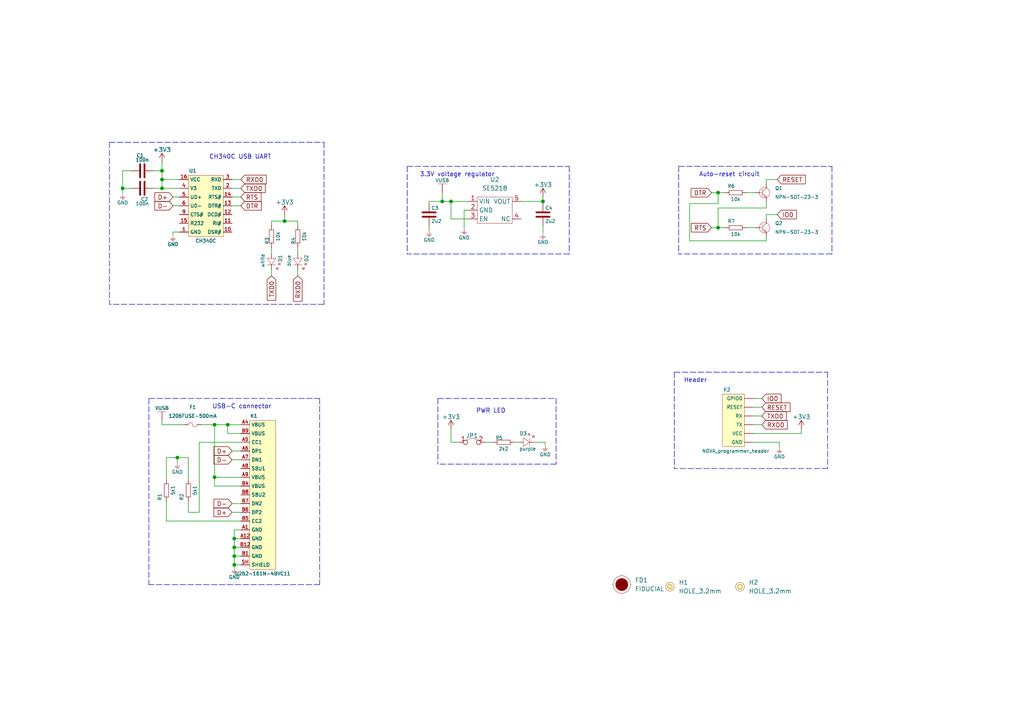
<source format=kicad_sch>
(kicad_sch (version 20211123) (generator eeschema)

  (uuid eed8867f-e677-4785-98d0-5fccc25e6319)

  (paper "A4")

  (title_block
    (title "CONNECT programmer")
    (date "2021-09-07")
    (rev "v1.1.1.")
    (company "SOLDERED")
    (comment 1 "333073")
  )

  (lib_symbols
    (symbol "e-radionica.com schematics:0402LED" (pin_numbers hide) (pin_names (offset 0.254) hide) (in_bom yes) (on_board yes)
      (property "Reference" "D" (id 0) (at -0.635 2.54 0)
        (effects (font (size 1 1)))
      )
      (property "Value" "0402LED" (id 1) (at 0 -2.54 0)
        (effects (font (size 1 1)))
      )
      (property "Footprint" "e-radionica.com footprinti:0402LED" (id 2) (at 0 5.08 0)
        (effects (font (size 1 1)) hide)
      )
      (property "Datasheet" "" (id 3) (at 0 0 0)
        (effects (font (size 1 1)) hide)
      )
      (symbol "0402LED_0_1"
        (polyline
          (pts
            (xy -0.635 1.27)
            (xy 1.27 0)
          )
          (stroke (width 0.0006) (type default) (color 0 0 0 0))
          (fill (type none))
        )
        (polyline
          (pts
            (xy 0.635 1.905)
            (xy 1.27 2.54)
          )
          (stroke (width 0.0006) (type default) (color 0 0 0 0))
          (fill (type none))
        )
        (polyline
          (pts
            (xy 1.27 1.27)
            (xy 1.27 -1.27)
          )
          (stroke (width 0.0006) (type default) (color 0 0 0 0))
          (fill (type none))
        )
        (polyline
          (pts
            (xy 1.905 1.27)
            (xy 2.54 1.905)
          )
          (stroke (width 0.0006) (type default) (color 0 0 0 0))
          (fill (type none))
        )
        (polyline
          (pts
            (xy -0.635 1.27)
            (xy -0.635 -1.27)
            (xy 1.27 0)
          )
          (stroke (width 0.0006) (type default) (color 0 0 0 0))
          (fill (type none))
        )
        (polyline
          (pts
            (xy 1.27 2.54)
            (xy 0.635 2.54)
            (xy 1.27 1.905)
            (xy 1.27 2.54)
          )
          (stroke (width 0.0006) (type default) (color 0 0 0 0))
          (fill (type none))
        )
        (polyline
          (pts
            (xy 2.54 1.905)
            (xy 1.905 1.905)
            (xy 2.54 1.27)
            (xy 2.54 1.905)
          )
          (stroke (width 0.0006) (type default) (color 0 0 0 0))
          (fill (type none))
        )
      )
      (symbol "0402LED_1_1"
        (pin passive line (at -1.905 0 0) (length 1.27)
          (name "A" (effects (font (size 1.27 1.27))))
          (number "1" (effects (font (size 1.27 1.27))))
        )
        (pin passive line (at 2.54 0 180) (length 1.27)
          (name "K" (effects (font (size 1.27 1.27))))
          (number "2" (effects (font (size 1.27 1.27))))
        )
      )
    )
    (symbol "e-radionica.com schematics:0402LED_3" (pin_numbers hide) (pin_names (offset 0.254) hide) (in_bom yes) (on_board yes)
      (property "Reference" "D" (id 0) (at -0.635 2.54 0)
        (effects (font (size 1 1)))
      )
      (property "Value" "0402LED" (id 1) (at 0 -2.54 0)
        (effects (font (size 1 1)))
      )
      (property "Footprint" "e-radionica.com footprinti:0402LED" (id 2) (at 0 5.08 0)
        (effects (font (size 1 1)) hide)
      )
      (property "Datasheet" "" (id 3) (at 0 0 0)
        (effects (font (size 1 1)) hide)
      )
      (symbol "0402LED_3_0_1"
        (polyline
          (pts
            (xy -0.635 1.27)
            (xy 1.27 0)
          )
          (stroke (width 0.0006) (type default) (color 0 0 0 0))
          (fill (type none))
        )
        (polyline
          (pts
            (xy 0.635 1.905)
            (xy 1.27 2.54)
          )
          (stroke (width 0.0006) (type default) (color 0 0 0 0))
          (fill (type none))
        )
        (polyline
          (pts
            (xy 1.27 1.27)
            (xy 1.27 -1.27)
          )
          (stroke (width 0.0006) (type default) (color 0 0 0 0))
          (fill (type none))
        )
        (polyline
          (pts
            (xy 1.905 1.27)
            (xy 2.54 1.905)
          )
          (stroke (width 0.0006) (type default) (color 0 0 0 0))
          (fill (type none))
        )
        (polyline
          (pts
            (xy -0.635 1.27)
            (xy -0.635 -1.27)
            (xy 1.27 0)
          )
          (stroke (width 0.0006) (type default) (color 0 0 0 0))
          (fill (type none))
        )
        (polyline
          (pts
            (xy 1.27 2.54)
            (xy 0.635 2.54)
            (xy 1.27 1.905)
            (xy 1.27 2.54)
          )
          (stroke (width 0.0006) (type default) (color 0 0 0 0))
          (fill (type none))
        )
        (polyline
          (pts
            (xy 2.54 1.905)
            (xy 1.905 1.905)
            (xy 2.54 1.27)
            (xy 2.54 1.905)
          )
          (stroke (width 0.0006) (type default) (color 0 0 0 0))
          (fill (type none))
        )
      )
      (symbol "0402LED_3_1_1"
        (pin passive line (at -1.905 0 0) (length 1.27)
          (name "A" (effects (font (size 1.27 1.27))))
          (number "1" (effects (font (size 1.27 1.27))))
        )
        (pin passive line (at 2.54 0 180) (length 1.27)
          (name "K" (effects (font (size 1.27 1.27))))
          (number "2" (effects (font (size 1.27 1.27))))
        )
      )
    )
    (symbol "e-radionica.com schematics:0402R" (pin_numbers hide) (pin_names (offset 0.254)) (in_bom yes) (on_board yes)
      (property "Reference" "R" (id 0) (at -1.905 1.27 0)
        (effects (font (size 1 1)))
      )
      (property "Value" "0402R" (id 1) (at 0 -1.27 0)
        (effects (font (size 1 1)))
      )
      (property "Footprint" "e-radionica.com footprinti:0402R" (id 2) (at -2.54 1.905 0)
        (effects (font (size 1 1)) hide)
      )
      (property "Datasheet" "" (id 3) (at -2.54 1.905 0)
        (effects (font (size 1 1)) hide)
      )
      (symbol "0402R_0_1"
        (rectangle (start -1.905 -0.635) (end 1.905 -0.6604)
          (stroke (width 0.1) (type default) (color 0 0 0 0))
          (fill (type none))
        )
        (rectangle (start -1.905 0.635) (end -1.8796 -0.635)
          (stroke (width 0.1) (type default) (color 0 0 0 0))
          (fill (type none))
        )
        (rectangle (start -1.905 0.635) (end 1.905 0.6096)
          (stroke (width 0.1) (type default) (color 0 0 0 0))
          (fill (type none))
        )
        (rectangle (start 1.905 0.635) (end 1.9304 -0.635)
          (stroke (width 0.1) (type default) (color 0 0 0 0))
          (fill (type none))
        )
      )
      (symbol "0402R_1_1"
        (pin passive line (at -3.175 0 0) (length 1.27)
          (name "~" (effects (font (size 1.27 1.27))))
          (number "1" (effects (font (size 1.27 1.27))))
        )
        (pin passive line (at 3.175 0 180) (length 1.27)
          (name "~" (effects (font (size 1.27 1.27))))
          (number "2" (effects (font (size 1.27 1.27))))
        )
      )
    )
    (symbol "e-radionica.com schematics:0603C" (pin_numbers hide) (pin_names (offset 0.002)) (in_bom yes) (on_board yes)
      (property "Reference" "C" (id 0) (at -0.635 3.175 0)
        (effects (font (size 1 1)))
      )
      (property "Value" "0603C" (id 1) (at 0 -3.175 0)
        (effects (font (size 1 1)))
      )
      (property "Footprint" "e-radionica.com footprinti:0603C" (id 2) (at 0 0 0)
        (effects (font (size 1 1)) hide)
      )
      (property "Datasheet" "" (id 3) (at 0 0 0)
        (effects (font (size 1 1)) hide)
      )
      (symbol "0603C_0_1"
        (polyline
          (pts
            (xy -0.635 1.905)
            (xy -0.635 -1.905)
          )
          (stroke (width 0.5) (type default) (color 0 0 0 0))
          (fill (type none))
        )
        (polyline
          (pts
            (xy 0.635 1.905)
            (xy 0.635 -1.905)
          )
          (stroke (width 0.5) (type default) (color 0 0 0 0))
          (fill (type none))
        )
      )
      (symbol "0603C_1_1"
        (pin passive line (at -3.175 0 0) (length 2.54)
          (name "~" (effects (font (size 1.27 1.27))))
          (number "1" (effects (font (size 1.27 1.27))))
        )
        (pin passive line (at 3.175 0 180) (length 2.54)
          (name "~" (effects (font (size 1.27 1.27))))
          (number "2" (effects (font (size 1.27 1.27))))
        )
      )
    )
    (symbol "e-radionica.com schematics:0603C_4" (pin_numbers hide) (pin_names (offset 0.002)) (in_bom yes) (on_board yes)
      (property "Reference" "C" (id 0) (at -0.635 3.175 0)
        (effects (font (size 1 1)))
      )
      (property "Value" "0603C" (id 1) (at 0 -3.175 0)
        (effects (font (size 1 1)))
      )
      (property "Footprint" "e-radionica.com footprinti:0603C" (id 2) (at 0 0 0)
        (effects (font (size 1 1)) hide)
      )
      (property "Datasheet" "" (id 3) (at 0 0 0)
        (effects (font (size 1 1)) hide)
      )
      (symbol "0603C_4_0_1"
        (polyline
          (pts
            (xy -0.635 1.905)
            (xy -0.635 -1.905)
          )
          (stroke (width 0.5) (type default) (color 0 0 0 0))
          (fill (type none))
        )
        (polyline
          (pts
            (xy 0.635 1.905)
            (xy 0.635 -1.905)
          )
          (stroke (width 0.5) (type default) (color 0 0 0 0))
          (fill (type none))
        )
      )
      (symbol "0603C_4_1_1"
        (pin passive line (at -3.175 0 0) (length 2.54)
          (name "~" (effects (font (size 1.27 1.27))))
          (number "1" (effects (font (size 1.27 1.27))))
        )
        (pin passive line (at 3.175 0 180) (length 2.54)
          (name "~" (effects (font (size 1.27 1.27))))
          (number "2" (effects (font (size 1.27 1.27))))
        )
      )
    )
    (symbol "e-radionica.com schematics:0603C_5" (pin_numbers hide) (pin_names (offset 0.002)) (in_bom yes) (on_board yes)
      (property "Reference" "C" (id 0) (at -0.635 3.175 0)
        (effects (font (size 1 1)))
      )
      (property "Value" "0603C" (id 1) (at 0 -3.175 0)
        (effects (font (size 1 1)))
      )
      (property "Footprint" "e-radionica.com footprinti:0603C" (id 2) (at 0 0 0)
        (effects (font (size 1 1)) hide)
      )
      (property "Datasheet" "" (id 3) (at 0 0 0)
        (effects (font (size 1 1)) hide)
      )
      (symbol "0603C_5_0_1"
        (polyline
          (pts
            (xy -0.635 1.905)
            (xy -0.635 -1.905)
          )
          (stroke (width 0.5) (type default) (color 0 0 0 0))
          (fill (type none))
        )
        (polyline
          (pts
            (xy 0.635 1.905)
            (xy 0.635 -1.905)
          )
          (stroke (width 0.5) (type default) (color 0 0 0 0))
          (fill (type none))
        )
      )
      (symbol "0603C_5_1_1"
        (pin passive line (at -3.175 0 0) (length 2.54)
          (name "~" (effects (font (size 1.27 1.27))))
          (number "1" (effects (font (size 1.27 1.27))))
        )
        (pin passive line (at 3.175 0 180) (length 2.54)
          (name "~" (effects (font (size 1.27 1.27))))
          (number "2" (effects (font (size 1.27 1.27))))
        )
      )
    )
    (symbol "e-radionica.com schematics:0603R" (pin_numbers hide) (pin_names (offset 0.254)) (in_bom yes) (on_board yes)
      (property "Reference" "R" (id 0) (at -1.905 1.905 0)
        (effects (font (size 1 1)))
      )
      (property "Value" "0603R" (id 1) (at 0 -1.905 0)
        (effects (font (size 1 1)))
      )
      (property "Footprint" "e-radionica.com footprinti:0603R" (id 2) (at -0.635 1.905 0)
        (effects (font (size 1 1)) hide)
      )
      (property "Datasheet" "" (id 3) (at -0.635 1.905 0)
        (effects (font (size 1 1)) hide)
      )
      (symbol "0603R_0_1"
        (rectangle (start -1.905 -0.635) (end 1.905 -0.6604)
          (stroke (width 0.1) (type default) (color 0 0 0 0))
          (fill (type none))
        )
        (rectangle (start -1.905 0.635) (end -1.8796 -0.635)
          (stroke (width 0.1) (type default) (color 0 0 0 0))
          (fill (type none))
        )
        (rectangle (start -1.905 0.635) (end 1.905 0.6096)
          (stroke (width 0.1) (type default) (color 0 0 0 0))
          (fill (type none))
        )
        (rectangle (start 1.905 0.635) (end 1.9304 -0.635)
          (stroke (width 0.1) (type default) (color 0 0 0 0))
          (fill (type none))
        )
      )
      (symbol "0603R_1_1"
        (pin passive line (at -3.175 0 0) (length 1.27)
          (name "~" (effects (font (size 1.27 1.27))))
          (number "1" (effects (font (size 1.27 1.27))))
        )
        (pin passive line (at 3.175 0 180) (length 1.27)
          (name "~" (effects (font (size 1.27 1.27))))
          (number "2" (effects (font (size 1.27 1.27))))
        )
      )
    )
    (symbol "e-radionica.com schematics:0603R_1" (pin_numbers hide) (pin_names (offset 0.254)) (in_bom yes) (on_board yes)
      (property "Reference" "R" (id 0) (at -1.905 1.905 0)
        (effects (font (size 1 1)))
      )
      (property "Value" "0603R" (id 1) (at 0 -1.905 0)
        (effects (font (size 1 1)))
      )
      (property "Footprint" "e-radionica.com footprinti:0603R" (id 2) (at -0.635 1.905 0)
        (effects (font (size 1 1)) hide)
      )
      (property "Datasheet" "" (id 3) (at -0.635 1.905 0)
        (effects (font (size 1 1)) hide)
      )
      (symbol "0603R_1_0_1"
        (rectangle (start -1.905 -0.635) (end 1.905 -0.6604)
          (stroke (width 0.1) (type default) (color 0 0 0 0))
          (fill (type none))
        )
        (rectangle (start -1.905 0.635) (end -1.8796 -0.635)
          (stroke (width 0.1) (type default) (color 0 0 0 0))
          (fill (type none))
        )
        (rectangle (start -1.905 0.635) (end 1.905 0.6096)
          (stroke (width 0.1) (type default) (color 0 0 0 0))
          (fill (type none))
        )
        (rectangle (start 1.905 0.635) (end 1.9304 -0.635)
          (stroke (width 0.1) (type default) (color 0 0 0 0))
          (fill (type none))
        )
      )
      (symbol "0603R_1_1_1"
        (pin passive line (at -3.175 0 0) (length 1.27)
          (name "~" (effects (font (size 1.27 1.27))))
          (number "1" (effects (font (size 1.27 1.27))))
        )
        (pin passive line (at 3.175 0 180) (length 1.27)
          (name "~" (effects (font (size 1.27 1.27))))
          (number "2" (effects (font (size 1.27 1.27))))
        )
      )
    )
    (symbol "e-radionica.com schematics:0603R_2" (pin_numbers hide) (pin_names (offset 0.254)) (in_bom yes) (on_board yes)
      (property "Reference" "R" (id 0) (at -1.905 1.905 0)
        (effects (font (size 1 1)))
      )
      (property "Value" "0603R" (id 1) (at 0 -1.905 0)
        (effects (font (size 1 1)))
      )
      (property "Footprint" "e-radionica.com footprinti:0603R" (id 2) (at -0.635 1.905 0)
        (effects (font (size 1 1)) hide)
      )
      (property "Datasheet" "" (id 3) (at -0.635 1.905 0)
        (effects (font (size 1 1)) hide)
      )
      (symbol "0603R_2_0_1"
        (rectangle (start -1.905 -0.635) (end 1.905 -0.6604)
          (stroke (width 0.1) (type default) (color 0 0 0 0))
          (fill (type none))
        )
        (rectangle (start -1.905 0.635) (end -1.8796 -0.635)
          (stroke (width 0.1) (type default) (color 0 0 0 0))
          (fill (type none))
        )
        (rectangle (start -1.905 0.635) (end 1.905 0.6096)
          (stroke (width 0.1) (type default) (color 0 0 0 0))
          (fill (type none))
        )
        (rectangle (start 1.905 0.635) (end 1.9304 -0.635)
          (stroke (width 0.1) (type default) (color 0 0 0 0))
          (fill (type none))
        )
      )
      (symbol "0603R_2_1_1"
        (pin passive line (at -3.175 0 0) (length 1.27)
          (name "~" (effects (font (size 1.27 1.27))))
          (number "1" (effects (font (size 1.27 1.27))))
        )
        (pin passive line (at 3.175 0 180) (length 1.27)
          (name "~" (effects (font (size 1.27 1.27))))
          (number "2" (effects (font (size 1.27 1.27))))
        )
      )
    )
    (symbol "e-radionica.com schematics:1206FUSE" (pin_numbers hide) (pin_names hide) (in_bom yes) (on_board yes)
      (property "Reference" "F" (id 0) (at -1.27 1.905 0)
        (effects (font (size 1 1)))
      )
      (property "Value" "1206FUSE" (id 1) (at 0 -1.905 0)
        (effects (font (size 1 1)))
      )
      (property "Footprint" "e-radionica.com footprinti:1206FUSE" (id 2) (at 0 0 0)
        (effects (font (size 1 1)) hide)
      )
      (property "Datasheet" "" (id 3) (at 0 0 0)
        (effects (font (size 1 1)) hide)
      )
      (symbol "1206FUSE_0_1"
        (arc (start 0 0) (mid -0.635 0.5971) (end -1.27 0)
          (stroke (width 0.0006) (type default) (color 0 0 0 0))
          (fill (type none))
        )
        (arc (start 0 0) (mid 0.635 -0.6238) (end 1.27 0)
          (stroke (width 0.0006) (type default) (color 0 0 0 0))
          (fill (type none))
        )
      )
      (symbol "1206FUSE_1_1"
        (pin passive line (at -2.54 0 0) (length 1.27)
          (name "~" (effects (font (size 1 1))))
          (number "1" (effects (font (size 1 1))))
        )
        (pin passive line (at 2.54 0 180) (length 1.27)
          (name "~" (effects (font (size 1 1))))
          (number "2" (effects (font (size 1 1))))
        )
      )
    )
    (symbol "e-radionica.com schematics:CH340C" (in_bom yes) (on_board yes)
      (property "Reference" "U" (id 0) (at -3.81 10.16 0)
        (effects (font (size 1 1)))
      )
      (property "Value" "CH340C" (id 1) (at 0 -10.16 0)
        (effects (font (size 1 1)))
      )
      (property "Footprint" "e-radionica.com footprinti:SOP-16" (id 2) (at 0 0 0)
        (effects (font (size 1 1)) hide)
      )
      (property "Datasheet" "" (id 3) (at 0 0 0)
        (effects (font (size 1 1)) hide)
      )
      (symbol "CH340C_0_1"
        (rectangle (start -5.08 8.89) (end 5.08 -8.89)
          (stroke (width 0.001) (type default) (color 0 0 0 0))
          (fill (type background))
        )
      )
      (symbol "CH340C_1_1"
        (pin passive line (at -7.62 -7.62 0) (length 2.54)
          (name "GND" (effects (font (size 1 1))))
          (number "1" (effects (font (size 1 1))))
        )
        (pin passive line (at 7.62 -7.62 180) (length 2.54)
          (name "DSR#" (effects (font (size 1 1))))
          (number "10" (effects (font (size 1 1))))
        )
        (pin passive line (at 7.62 -5.08 180) (length 2.54)
          (name "RI#" (effects (font (size 1 1))))
          (number "11" (effects (font (size 1 1))))
        )
        (pin passive line (at 7.62 -2.54 180) (length 2.54)
          (name "DCD#" (effects (font (size 1 1))))
          (number "12" (effects (font (size 1 1))))
        )
        (pin passive line (at 7.62 0 180) (length 2.54)
          (name "DTR#" (effects (font (size 1 1))))
          (number "13" (effects (font (size 1 1))))
        )
        (pin passive line (at 7.62 2.54 180) (length 2.54)
          (name "RTS#" (effects (font (size 1 1))))
          (number "14" (effects (font (size 1 1))))
        )
        (pin passive line (at -7.62 -5.08 0) (length 2.54)
          (name "R232" (effects (font (size 1 1))))
          (number "15" (effects (font (size 1 1))))
        )
        (pin passive line (at -7.62 7.62 0) (length 2.54)
          (name "VCC" (effects (font (size 1 1))))
          (number "16" (effects (font (size 1 1))))
        )
        (pin passive line (at 7.62 5.08 180) (length 2.54)
          (name "TXD" (effects (font (size 1 1))))
          (number "2" (effects (font (size 1 1))))
        )
        (pin passive line (at 7.62 7.62 180) (length 2.54)
          (name "RXD" (effects (font (size 1 1))))
          (number "3" (effects (font (size 1 1))))
        )
        (pin passive line (at -7.62 5.08 0) (length 2.54)
          (name "V3" (effects (font (size 1 1))))
          (number "4" (effects (font (size 1 1))))
        )
        (pin passive line (at -7.62 2.54 0) (length 2.54)
          (name "UD+" (effects (font (size 1 1))))
          (number "5" (effects (font (size 1 1))))
        )
        (pin passive line (at -7.62 0 0) (length 2.54)
          (name "UD-" (effects (font (size 1 1))))
          (number "6" (effects (font (size 1 1))))
        )
        (pin passive line (at -7.62 -2.54 0) (length 2.54)
          (name "CTS#" (effects (font (size 1 1))))
          (number "9" (effects (font (size 1 1))))
        )
      )
    )
    (symbol "e-radionica.com schematics:FIDUCIAL" (in_bom no) (on_board yes)
      (property "Reference" "FD" (id 0) (at 0 3.81 0)
        (effects (font (size 1.27 1.27)))
      )
      (property "Value" "FIDUCIAL" (id 1) (at 0 -3.81 0)
        (effects (font (size 1.27 1.27)))
      )
      (property "Footprint" "e-radionica.com footprinti:FIDUCIAL_23" (id 2) (at 0.254 -5.334 0)
        (effects (font (size 1.27 1.27)) hide)
      )
      (property "Datasheet" "" (id 3) (at 0 0 0)
        (effects (font (size 1.27 1.27)) hide)
      )
      (symbol "FIDUCIAL_0_1"
        (polyline
          (pts
            (xy -2.54 0)
            (xy -2.794 0)
          )
          (stroke (width 0.0006) (type default) (color 0 0 0 0))
          (fill (type none))
        )
        (polyline
          (pts
            (xy 0 -2.54)
            (xy 0 -2.794)
          )
          (stroke (width 0.0006) (type default) (color 0 0 0 0))
          (fill (type none))
        )
        (polyline
          (pts
            (xy 0 2.54)
            (xy 0 2.794)
          )
          (stroke (width 0.0006) (type default) (color 0 0 0 0))
          (fill (type none))
        )
        (polyline
          (pts
            (xy 2.54 0)
            (xy 2.794 0)
          )
          (stroke (width 0.0006) (type default) (color 0 0 0 0))
          (fill (type none))
        )
        (circle (center 0 0) (radius 1.7961)
          (stroke (width 0.001) (type default) (color 0 0 0 0))
          (fill (type outline))
        )
        (circle (center 0 0) (radius 2.54)
          (stroke (width 0.0006) (type default) (color 0 0 0 0))
          (fill (type none))
        )
      )
    )
    (symbol "e-radionica.com schematics:GND_1" (power) (pin_names (offset 0)) (in_bom yes) (on_board yes)
      (property "Reference" "#PWR" (id 0) (at 4.445 0 0)
        (effects (font (size 1 1)) hide)
      )
      (property "Value" "GND" (id 1) (at 0 -2.921 0)
        (effects (font (size 1 1)))
      )
      (property "Footprint" "" (id 2) (at 4.445 3.81 0)
        (effects (font (size 1 1)) hide)
      )
      (property "Datasheet" "" (id 3) (at 4.445 3.81 0)
        (effects (font (size 1 1)) hide)
      )
      (property "ki_keywords" "power-flag" (id 4) (at 0 0 0)
        (effects (font (size 1.27 1.27)) hide)
      )
      (property "ki_description" "Power symbol creates a global label with name \"+3V3\"" (id 5) (at 0 0 0)
        (effects (font (size 1.27 1.27)) hide)
      )
      (symbol "GND_1_0_1"
        (polyline
          (pts
            (xy -0.762 -1.27)
            (xy 0.762 -1.27)
          )
          (stroke (width 0.0006) (type default) (color 0 0 0 0))
          (fill (type none))
        )
        (polyline
          (pts
            (xy -0.635 -1.524)
            (xy 0.635 -1.524)
          )
          (stroke (width 0.0006) (type default) (color 0 0 0 0))
          (fill (type none))
        )
        (polyline
          (pts
            (xy -0.381 -1.778)
            (xy 0.381 -1.778)
          )
          (stroke (width 0.0006) (type default) (color 0 0 0 0))
          (fill (type none))
        )
        (polyline
          (pts
            (xy -0.127 -2.032)
            (xy 0.127 -2.032)
          )
          (stroke (width 0.0006) (type default) (color 0 0 0 0))
          (fill (type none))
        )
        (polyline
          (pts
            (xy 0 0)
            (xy 0 -1.27)
          )
          (stroke (width 0.0006) (type default) (color 0 0 0 0))
          (fill (type none))
        )
      )
      (symbol "GND_1_1_1"
        (pin power_in line (at 0 0 270) (length 0) hide
          (name "GND" (effects (font (size 1.27 1.27))))
          (number "1" (effects (font (size 1.27 1.27))))
        )
      )
    )
    (symbol "e-radionica.com schematics:GND_2" (power) (pin_names (offset 0)) (in_bom yes) (on_board yes)
      (property "Reference" "#PWR" (id 0) (at 4.445 0 0)
        (effects (font (size 1 1)) hide)
      )
      (property "Value" "GND" (id 1) (at 0 -2.921 0)
        (effects (font (size 1 1)))
      )
      (property "Footprint" "" (id 2) (at 4.445 3.81 0)
        (effects (font (size 1 1)) hide)
      )
      (property "Datasheet" "" (id 3) (at 4.445 3.81 0)
        (effects (font (size 1 1)) hide)
      )
      (property "ki_keywords" "power-flag" (id 4) (at 0 0 0)
        (effects (font (size 1.27 1.27)) hide)
      )
      (property "ki_description" "Power symbol creates a global label with name \"+3V3\"" (id 5) (at 0 0 0)
        (effects (font (size 1.27 1.27)) hide)
      )
      (symbol "GND_2_0_1"
        (polyline
          (pts
            (xy -0.762 -1.27)
            (xy 0.762 -1.27)
          )
          (stroke (width 0.0006) (type default) (color 0 0 0 0))
          (fill (type none))
        )
        (polyline
          (pts
            (xy -0.635 -1.524)
            (xy 0.635 -1.524)
          )
          (stroke (width 0.0006) (type default) (color 0 0 0 0))
          (fill (type none))
        )
        (polyline
          (pts
            (xy -0.381 -1.778)
            (xy 0.381 -1.778)
          )
          (stroke (width 0.0006) (type default) (color 0 0 0 0))
          (fill (type none))
        )
        (polyline
          (pts
            (xy -0.127 -2.032)
            (xy 0.127 -2.032)
          )
          (stroke (width 0.0006) (type default) (color 0 0 0 0))
          (fill (type none))
        )
        (polyline
          (pts
            (xy 0 0)
            (xy 0 -1.27)
          )
          (stroke (width 0.0006) (type default) (color 0 0 0 0))
          (fill (type none))
        )
      )
      (symbol "GND_2_1_1"
        (pin power_in line (at 0 0 270) (length 0) hide
          (name "GND" (effects (font (size 1.27 1.27))))
          (number "1" (effects (font (size 1.27 1.27))))
        )
      )
    )
    (symbol "e-radionica.com schematics:GND_3" (power) (pin_names (offset 0)) (in_bom yes) (on_board yes)
      (property "Reference" "#PWR" (id 0) (at 4.445 0 0)
        (effects (font (size 1 1)) hide)
      )
      (property "Value" "GND" (id 1) (at 0 -2.921 0)
        (effects (font (size 1 1)))
      )
      (property "Footprint" "" (id 2) (at 4.445 3.81 0)
        (effects (font (size 1 1)) hide)
      )
      (property "Datasheet" "" (id 3) (at 4.445 3.81 0)
        (effects (font (size 1 1)) hide)
      )
      (property "ki_keywords" "power-flag" (id 4) (at 0 0 0)
        (effects (font (size 1.27 1.27)) hide)
      )
      (property "ki_description" "Power symbol creates a global label with name \"+3V3\"" (id 5) (at 0 0 0)
        (effects (font (size 1.27 1.27)) hide)
      )
      (symbol "GND_3_0_1"
        (polyline
          (pts
            (xy -0.762 -1.27)
            (xy 0.762 -1.27)
          )
          (stroke (width 0.0006) (type default) (color 0 0 0 0))
          (fill (type none))
        )
        (polyline
          (pts
            (xy -0.635 -1.524)
            (xy 0.635 -1.524)
          )
          (stroke (width 0.0006) (type default) (color 0 0 0 0))
          (fill (type none))
        )
        (polyline
          (pts
            (xy -0.381 -1.778)
            (xy 0.381 -1.778)
          )
          (stroke (width 0.0006) (type default) (color 0 0 0 0))
          (fill (type none))
        )
        (polyline
          (pts
            (xy -0.127 -2.032)
            (xy 0.127 -2.032)
          )
          (stroke (width 0.0006) (type default) (color 0 0 0 0))
          (fill (type none))
        )
        (polyline
          (pts
            (xy 0 0)
            (xy 0 -1.27)
          )
          (stroke (width 0.0006) (type default) (color 0 0 0 0))
          (fill (type none))
        )
      )
      (symbol "GND_3_1_1"
        (pin power_in line (at 0 0 270) (length 0) hide
          (name "GND" (effects (font (size 1.27 1.27))))
          (number "1" (effects (font (size 1.27 1.27))))
        )
      )
    )
    (symbol "e-radionica.com schematics:GND_5" (power) (pin_names (offset 0)) (in_bom yes) (on_board yes)
      (property "Reference" "#PWR" (id 0) (at 4.445 0 0)
        (effects (font (size 1 1)) hide)
      )
      (property "Value" "GND" (id 1) (at 0 -2.921 0)
        (effects (font (size 1 1)))
      )
      (property "Footprint" "" (id 2) (at 4.445 3.81 0)
        (effects (font (size 1 1)) hide)
      )
      (property "Datasheet" "" (id 3) (at 4.445 3.81 0)
        (effects (font (size 1 1)) hide)
      )
      (property "ki_keywords" "power-flag" (id 4) (at 0 0 0)
        (effects (font (size 1.27 1.27)) hide)
      )
      (property "ki_description" "Power symbol creates a global label with name \"+3V3\"" (id 5) (at 0 0 0)
        (effects (font (size 1.27 1.27)) hide)
      )
      (symbol "GND_5_0_1"
        (polyline
          (pts
            (xy -0.762 -1.27)
            (xy 0.762 -1.27)
          )
          (stroke (width 0.0006) (type default) (color 0 0 0 0))
          (fill (type none))
        )
        (polyline
          (pts
            (xy -0.635 -1.524)
            (xy 0.635 -1.524)
          )
          (stroke (width 0.0006) (type default) (color 0 0 0 0))
          (fill (type none))
        )
        (polyline
          (pts
            (xy -0.381 -1.778)
            (xy 0.381 -1.778)
          )
          (stroke (width 0.0006) (type default) (color 0 0 0 0))
          (fill (type none))
        )
        (polyline
          (pts
            (xy -0.127 -2.032)
            (xy 0.127 -2.032)
          )
          (stroke (width 0.0006) (type default) (color 0 0 0 0))
          (fill (type none))
        )
        (polyline
          (pts
            (xy 0 0)
            (xy 0 -1.27)
          )
          (stroke (width 0.0006) (type default) (color 0 0 0 0))
          (fill (type none))
        )
      )
      (symbol "GND_5_1_1"
        (pin power_in line (at 0 0 270) (length 0) hide
          (name "GND" (effects (font (size 1.27 1.27))))
          (number "1" (effects (font (size 1.27 1.27))))
        )
      )
    )
    (symbol "e-radionica.com schematics:GND_7" (power) (pin_names (offset 0)) (in_bom yes) (on_board yes)
      (property "Reference" "#PWR" (id 0) (at 4.445 0 0)
        (effects (font (size 1 1)) hide)
      )
      (property "Value" "GND" (id 1) (at 0 -2.921 0)
        (effects (font (size 1 1)))
      )
      (property "Footprint" "" (id 2) (at 4.445 3.81 0)
        (effects (font (size 1 1)) hide)
      )
      (property "Datasheet" "" (id 3) (at 4.445 3.81 0)
        (effects (font (size 1 1)) hide)
      )
      (property "ki_keywords" "power-flag" (id 4) (at 0 0 0)
        (effects (font (size 1.27 1.27)) hide)
      )
      (property "ki_description" "Power symbol creates a global label with name \"+3V3\"" (id 5) (at 0 0 0)
        (effects (font (size 1.27 1.27)) hide)
      )
      (symbol "GND_7_0_1"
        (polyline
          (pts
            (xy -0.762 -1.27)
            (xy 0.762 -1.27)
          )
          (stroke (width 0.0006) (type default) (color 0 0 0 0))
          (fill (type none))
        )
        (polyline
          (pts
            (xy -0.635 -1.524)
            (xy 0.635 -1.524)
          )
          (stroke (width 0.0006) (type default) (color 0 0 0 0))
          (fill (type none))
        )
        (polyline
          (pts
            (xy -0.381 -1.778)
            (xy 0.381 -1.778)
          )
          (stroke (width 0.0006) (type default) (color 0 0 0 0))
          (fill (type none))
        )
        (polyline
          (pts
            (xy -0.127 -2.032)
            (xy 0.127 -2.032)
          )
          (stroke (width 0.0006) (type default) (color 0 0 0 0))
          (fill (type none))
        )
        (polyline
          (pts
            (xy 0 0)
            (xy 0 -1.27)
          )
          (stroke (width 0.0006) (type default) (color 0 0 0 0))
          (fill (type none))
        )
      )
      (symbol "GND_7_1_1"
        (pin power_in line (at 0 0 270) (length 0) hide
          (name "GND" (effects (font (size 1.27 1.27))))
          (number "1" (effects (font (size 1.27 1.27))))
        )
      )
    )
    (symbol "e-radionica.com schematics:HOLE_3.2mm" (pin_numbers hide) (pin_names hide) (in_bom yes) (on_board yes)
      (property "Reference" "H" (id 0) (at 0 2.54 0)
        (effects (font (size 1.27 1.27)))
      )
      (property "Value" "HOLE_3.2mm" (id 1) (at 0 -2.54 0)
        (effects (font (size 1.27 1.27)))
      )
      (property "Footprint" "e-radionica.com footprinti:HOLE_3.2mm" (id 2) (at 0 0 0)
        (effects (font (size 1.27 1.27)) hide)
      )
      (property "Datasheet" "" (id 3) (at 0 0 0)
        (effects (font (size 1.27 1.27)) hide)
      )
      (symbol "HOLE_3.2mm_0_1"
        (circle (center 0 0) (radius 0.635)
          (stroke (width 0.0006) (type default) (color 0 0 0 0))
          (fill (type none))
        )
        (circle (center 0 0) (radius 1.27)
          (stroke (width 0.001) (type default) (color 0 0 0 0))
          (fill (type background))
        )
      )
    )
    (symbol "e-radionica.com schematics:NOVA_programmer_header" (pin_numbers hide) (in_bom yes) (on_board yes)
      (property "Reference" "K" (id 0) (at 0.635 8.89 0)
        (effects (font (size 1 1)))
      )
      (property "Value" "NOVA_programmer_header" (id 1) (at 2.54 -8.89 0)
        (effects (font (size 1 1)))
      )
      (property "Footprint" "e-radionica.com footprinti:HEADER_MALE_6X1" (id 2) (at 0 -10.16 0)
        (effects (font (size 1 1)) hide)
      )
      (property "Datasheet" "" (id 3) (at 1.27 -1.27 0)
        (effects (font (size 1 1)) hide)
      )
      (symbol "NOVA_programmer_header_0_1"
        (rectangle (start -3.81 7.62) (end 2.54 -7.62)
          (stroke (width 0.001) (type default) (color 0 0 0 0))
          (fill (type background))
        )
      )
      (symbol "NOVA_programmer_header_1_1"
        (pin passive line (at 5.08 -6.35 180) (length 2.54)
          (name "GND" (effects (font (size 0.991 0.991))))
          (number "1" (effects (font (size 0.991 0.991))))
        )
        (pin passive line (at 5.08 -3.81 180) (length 2.54)
          (name "VCC" (effects (font (size 0.991 0.991))))
          (number "2" (effects (font (size 0.991 0.991))))
        )
        (pin passive line (at 5.08 -1.27 180) (length 2.54)
          (name "TX" (effects (font (size 0.991 0.991))))
          (number "3" (effects (font (size 0.991 0.991))))
        )
        (pin passive line (at 5.08 1.27 180) (length 2.54)
          (name "RX" (effects (font (size 0.991 0.991))))
          (number "4" (effects (font (size 0.991 0.991))))
        )
        (pin passive line (at 5.08 3.81 180) (length 2.54)
          (name "RESET" (effects (font (size 0.991 0.991))))
          (number "5" (effects (font (size 0.991 0.991))))
        )
        (pin passive line (at 5.08 6.35 180) (length 2.54)
          (name "GPIO0" (effects (font (size 0.991 0.991))))
          (number "6" (effects (font (size 0.991 0.991))))
        )
      )
    )
    (symbol "e-radionica.com schematics:NPN-SOT-23-3" (pin_numbers hide) (pin_names hide) (in_bom yes) (on_board yes)
      (property "Reference" "Q" (id 0) (at -2.286 2.921 0)
        (effects (font (size 1 1)))
      )
      (property "Value" "NPN-SOT-23-3" (id 1) (at 0 -3.81 0)
        (effects (font (size 1 1)))
      )
      (property "Footprint" "e-radionica.com footprinti:SOT-23-3" (id 2) (at 0 0 0)
        (effects (font (size 1 1)) hide)
      )
      (property "Datasheet" "" (id 3) (at 0 0 0)
        (effects (font (size 1 1)) hide)
      )
      (symbol "NPN-SOT-23-3_0_1"
        (circle (center -0.508 0) (radius 1.524)
          (stroke (width 0.0006) (type default) (color 0 0 0 0))
          (fill (type none))
        )
        (polyline
          (pts
            (xy -2.032 0)
            (xy -1.016 0)
          )
          (stroke (width 0.0006) (type default) (color 0 0 0 0))
          (fill (type none))
        )
        (polyline
          (pts
            (xy -1.016 -0.381)
            (xy -0.4064 -0.9144)
          )
          (stroke (width 0.1) (type default) (color 0 0 0 0))
          (fill (type none))
        )
        (polyline
          (pts
            (xy -1.016 0.381)
            (xy 0 1.27)
          )
          (stroke (width 0.0006) (type default) (color 0 0 0 0))
          (fill (type none))
        )
        (polyline
          (pts
            (xy -1.016 1.016)
            (xy -1.016 -1.016)
          )
          (stroke (width 0.0006) (type default) (color 0 0 0 0))
          (fill (type none))
        )
        (polyline
          (pts
            (xy -0.6096 -1.1684)
            (xy -0.2032 -0.6604)
            (xy 0 -1.27)
            (xy -0.6096 -1.1684)
          )
          (stroke (width 0.0006) (type default) (color 0 0 0 0))
          (fill (type none))
        )
      )
      (symbol "NPN-SOT-23-3_1_1"
        (pin passive line (at -3.175 0 0) (length 1.27)
          (name "B" (effects (font (size 1 1))))
          (number "1" (effects (font (size 1 1))))
        )
        (pin passive line (at 0 -2.54 90) (length 1.27)
          (name "E" (effects (font (size 1 1))))
          (number "2" (effects (font (size 1 1))))
        )
        (pin passive line (at 0 2.54 270) (length 1.27)
          (name "C" (effects (font (size 1 1))))
          (number "3" (effects (font (size 1 1))))
        )
      )
    )
    (symbol "e-radionica.com schematics:SE5218" (in_bom yes) (on_board yes)
      (property "Reference" "U" (id 0) (at -3.81 5.08 0)
        (effects (font (size 1.27 1.27)))
      )
      (property "Value" "SE5218" (id 1) (at 0 -5.08 0)
        (effects (font (size 1.27 1.27)))
      )
      (property "Footprint" "e-radionica.com footprinti:SOT-23-5" (id 2) (at 0 0 0)
        (effects (font (size 1.27 1.27)) hide)
      )
      (property "Datasheet" "" (id 3) (at 0 0 0)
        (effects (font (size 1.27 1.27)) hide)
      )
      (symbol "SE5218_0_1"
        (rectangle (start -5.08 3.81) (end 5.08 -3.81)
          (stroke (width 0.0006) (type default) (color 0 0 0 0))
          (fill (type none))
        )
      )
      (symbol "SE5218_1_1"
        (pin power_in line (at -7.62 2.54 0) (length 2.54)
          (name "VIN" (effects (font (size 1.27 1.27))))
          (number "1" (effects (font (size 1.27 1.27))))
        )
        (pin power_in line (at -7.62 0 0) (length 2.54)
          (name "GND" (effects (font (size 1.27 1.27))))
          (number "2" (effects (font (size 1.27 1.27))))
        )
        (pin input line (at -7.62 -2.54 0) (length 2.54)
          (name "EN" (effects (font (size 1.27 1.27))))
          (number "3" (effects (font (size 1.27 1.27))))
        )
        (pin passive line (at 7.62 -2.54 180) (length 2.54)
          (name "NC" (effects (font (size 1.27 1.27))))
          (number "4" (effects (font (size 1.27 1.27))))
        )
        (pin power_out line (at 7.62 2.54 180) (length 2.54)
          (name "VOUT" (effects (font (size 1.27 1.27))))
          (number "5" (effects (font (size 1.27 1.27))))
        )
      )
    )
    (symbol "e-radionica.com schematics:SMD-JUMPER-CONNECTED_TRACE_SLODERMASK" (in_bom yes) (on_board yes)
      (property "Reference" "JP" (id 0) (at 0 3.556 0)
        (effects (font (size 1.27 1.27)))
      )
      (property "Value" "SMD-JUMPER-CONNECTED_TRACE_SLODERMASK" (id 1) (at 0 -2.54 0)
        (effects (font (size 1.27 1.27)))
      )
      (property "Footprint" "e-radionica.com footprinti:SMD-JUMPER-CONNECTED_TRACE_SLODERMASK" (id 2) (at 0 -5.715 0)
        (effects (font (size 1.27 1.27)) hide)
      )
      (property "Datasheet" "" (id 3) (at 0 0 0)
        (effects (font (size 1.27 1.27)) hide)
      )
      (symbol "SMD-JUMPER-CONNECTED_TRACE_SLODERMASK_0_1"
        (arc (start 1.397 0.5842) (mid -0.2077 1.1365) (end -1.8034 0.5588)
          (stroke (width 0.0006) (type default) (color 0 0 0 0))
          (fill (type none))
        )
      )
      (symbol "SMD-JUMPER-CONNECTED_TRACE_SLODERMASK_1_1"
        (pin passive inverted (at -4.064 0 0) (length 2.54)
          (name "" (effects (font (size 1.27 1.27))))
          (number "1" (effects (font (size 1.27 1.27))))
        )
        (pin passive inverted (at 3.556 0 180) (length 2.54)
          (name "" (effects (font (size 1.27 1.27))))
          (number "2" (effects (font (size 1.27 1.27))))
        )
      )
    )
    (symbol "e-radionica.com schematics:U262-161N-4BVC11" (in_bom yes) (on_board yes)
      (property "Reference" "K" (id 0) (at 0 22.86 0)
        (effects (font (size 1 1)))
      )
      (property "Value" "U262-161N-4BVC11" (id 1) (at 2.54 -22.86 0)
        (effects (font (size 1 1)))
      )
      (property "Footprint" "e-radionica.com footprinti:U262-161N-4BVC11" (id 2) (at 1.27 -3.81 0)
        (effects (font (size 1 1)) hide)
      )
      (property "Datasheet" "" (id 3) (at 1.27 -3.81 0)
        (effects (font (size 1 1)) hide)
      )
      (property "ki_keywords" "USBC USB-C USB" (id 4) (at 0 0 0)
        (effects (font (size 1.27 1.27)) hide)
      )
      (symbol "U262-161N-4BVC11_0_1"
        (rectangle (start -1.27 21.59) (end 6.35 -21.59)
          (stroke (width 0.001) (type default) (color 0 0 0 0))
          (fill (type background))
        )
      )
      (symbol "U262-161N-4BVC11_1_1"
        (pin passive line (at -3.81 -10.16 0) (length 2.54)
          (name "GND" (effects (font (size 1 1))))
          (number "A1" (effects (font (size 1 1))))
        )
        (pin passive line (at -3.81 -12.7 0) (length 2.54)
          (name "GND" (effects (font (size 1 1))))
          (number "A12" (effects (font (size 1 1))))
        )
        (pin passive line (at -3.81 20.32 0) (length 2.54)
          (name "VBUS" (effects (font (size 1 1))))
          (number "A4" (effects (font (size 1 1))))
        )
        (pin passive line (at -3.81 15.24 0) (length 2.54)
          (name "CC1" (effects (font (size 1 1))))
          (number "A5" (effects (font (size 1 1))))
        )
        (pin passive line (at -3.81 12.7 0) (length 2.54)
          (name "DP1" (effects (font (size 1 1))))
          (number "A6" (effects (font (size 1 1))))
        )
        (pin passive line (at -3.81 10.16 0) (length 2.54)
          (name "DN1" (effects (font (size 1 1))))
          (number "A7" (effects (font (size 1 1))))
        )
        (pin passive line (at -3.81 7.62 0) (length 2.54)
          (name "SBU1" (effects (font (size 1 1))))
          (number "A8" (effects (font (size 1 1))))
        )
        (pin passive line (at -3.81 5.08 0) (length 2.54)
          (name "VBUS" (effects (font (size 1 1))))
          (number "A9" (effects (font (size 1 1))))
        )
        (pin passive line (at -3.81 -17.78 0) (length 2.54)
          (name "GND" (effects (font (size 1 1))))
          (number "B1" (effects (font (size 1 1))))
        )
        (pin passive line (at -3.81 -15.24 0) (length 2.54)
          (name "GND" (effects (font (size 1 1))))
          (number "B12" (effects (font (size 1 1))))
        )
        (pin passive line (at -3.81 2.54 0) (length 2.54)
          (name "VBUS" (effects (font (size 1 1))))
          (number "B4" (effects (font (size 1 1))))
        )
        (pin passive line (at -3.81 -7.62 0) (length 2.54)
          (name "CC2" (effects (font (size 1 1))))
          (number "B5" (effects (font (size 1 1))))
        )
        (pin passive line (at -3.81 -5.08 0) (length 2.54)
          (name "DP2" (effects (font (size 1 1))))
          (number "B6" (effects (font (size 1 1))))
        )
        (pin passive line (at -3.81 -2.54 0) (length 2.54)
          (name "DN2" (effects (font (size 1 1))))
          (number "B7" (effects (font (size 1 1))))
        )
        (pin passive line (at -3.81 0 0) (length 2.54)
          (name "SBU2" (effects (font (size 1 1))))
          (number "B8" (effects (font (size 1 1))))
        )
        (pin passive line (at -3.81 17.78 0) (length 2.54)
          (name "VBUS" (effects (font (size 1 1))))
          (number "B9" (effects (font (size 1 1))))
        )
        (pin passive line (at -3.81 -20.32 0) (length 2.54)
          (name "SHIELD" (effects (font (size 1 1))))
          (number "SH" (effects (font (size 1 1))))
        )
      )
    )
    (symbol "e-radionica.com schematics:VUSB_1" (power) (pin_names (offset 0)) (in_bom yes) (on_board yes)
      (property "Reference" "#PWR" (id 0) (at 4.445 0 0)
        (effects (font (size 1 1)) hide)
      )
      (property "Value" "VUSB" (id 1) (at 0 3.556 0)
        (effects (font (size 1 1)))
      )
      (property "Footprint" "" (id 2) (at 4.445 3.81 0)
        (effects (font (size 1 1)) hide)
      )
      (property "Datasheet" "" (id 3) (at 4.445 3.81 0)
        (effects (font (size 1 1)) hide)
      )
      (property "ki_keywords" "power-flag" (id 4) (at 0 0 0)
        (effects (font (size 1.27 1.27)) hide)
      )
      (property "ki_description" "Power symbol creates a global label with name \"+3V3\"" (id 5) (at 0 0 0)
        (effects (font (size 1.27 1.27)) hide)
      )
      (symbol "VUSB_1_0_1"
        (polyline
          (pts
            (xy -1.27 2.54)
            (xy 1.27 2.54)
          )
          (stroke (width 0.0006) (type default) (color 0 0 0 0))
          (fill (type none))
        )
        (polyline
          (pts
            (xy 0 0)
            (xy 0 2.54)
          )
          (stroke (width 0) (type default) (color 0 0 0 0))
          (fill (type none))
        )
      )
      (symbol "VUSB_1_1_1"
        (pin power_in line (at 0 0 90) (length 0) hide
          (name "VUSB" (effects (font (size 1.27 1.27))))
          (number "1" (effects (font (size 1.27 1.27))))
        )
      )
    )
    (symbol "e-radionica.com schematics:VUSB_2" (power) (pin_names (offset 0)) (in_bom yes) (on_board yes)
      (property "Reference" "#PWR" (id 0) (at 4.445 0 0)
        (effects (font (size 1 1)) hide)
      )
      (property "Value" "VUSB" (id 1) (at 0 3.556 0)
        (effects (font (size 1 1)))
      )
      (property "Footprint" "" (id 2) (at 4.445 3.81 0)
        (effects (font (size 1 1)) hide)
      )
      (property "Datasheet" "" (id 3) (at 4.445 3.81 0)
        (effects (font (size 1 1)) hide)
      )
      (property "ki_keywords" "power-flag" (id 4) (at 0 0 0)
        (effects (font (size 1.27 1.27)) hide)
      )
      (property "ki_description" "Power symbol creates a global label with name \"+3V3\"" (id 5) (at 0 0 0)
        (effects (font (size 1.27 1.27)) hide)
      )
      (symbol "VUSB_2_0_1"
        (polyline
          (pts
            (xy -1.27 2.54)
            (xy 1.27 2.54)
          )
          (stroke (width 0.0006) (type default) (color 0 0 0 0))
          (fill (type none))
        )
        (polyline
          (pts
            (xy 0 0)
            (xy 0 2.54)
          )
          (stroke (width 0) (type default) (color 0 0 0 0))
          (fill (type none))
        )
      )
      (symbol "VUSB_2_1_1"
        (pin power_in line (at 0 0 90) (length 0) hide
          (name "VUSB" (effects (font (size 1.27 1.27))))
          (number "1" (effects (font (size 1.27 1.27))))
        )
      )
    )
    (symbol "power:+3V3" (power) (pin_names (offset 0)) (in_bom yes) (on_board yes)
      (property "Reference" "#PWR" (id 0) (at 0 -3.81 0)
        (effects (font (size 1.27 1.27)) hide)
      )
      (property "Value" "+3V3" (id 1) (at 0 3.556 0)
        (effects (font (size 1.27 1.27)))
      )
      (property "Footprint" "" (id 2) (at 0 0 0)
        (effects (font (size 1.27 1.27)) hide)
      )
      (property "Datasheet" "" (id 3) (at 0 0 0)
        (effects (font (size 1.27 1.27)) hide)
      )
      (property "ki_keywords" "power-flag" (id 4) (at 0 0 0)
        (effects (font (size 1.27 1.27)) hide)
      )
      (property "ki_description" "Power symbol creates a global label with name \"+3V3\"" (id 5) (at 0 0 0)
        (effects (font (size 1.27 1.27)) hide)
      )
      (symbol "+3V3_0_1"
        (polyline
          (pts
            (xy -0.762 1.27)
            (xy 0 2.54)
          )
          (stroke (width 0) (type default) (color 0 0 0 0))
          (fill (type none))
        )
        (polyline
          (pts
            (xy 0 0)
            (xy 0 2.54)
          )
          (stroke (width 0) (type default) (color 0 0 0 0))
          (fill (type none))
        )
        (polyline
          (pts
            (xy 0 2.54)
            (xy 0.762 1.27)
          )
          (stroke (width 0) (type default) (color 0 0 0 0))
          (fill (type none))
        )
      )
      (symbol "+3V3_1_1"
        (pin power_in line (at 0 0 90) (length 0) hide
          (name "+3V3" (effects (font (size 1.27 1.27))))
          (number "1" (effects (font (size 1.27 1.27))))
        )
      )
    )
  )

  (junction (at 67.945 158.75) (diameter 0.9144) (color 0 0 0 0)
    (uuid 0cc45b5b-96b3-4284-9cae-a3a9e324a916)
  )
  (junction (at 51.435 132.715) (diameter 0.9144) (color 0 0 0 0)
    (uuid 109caac1-5036-4f23-9a66-f569d871501b)
  )
  (junction (at 46.99 54.61) (diameter 0.9144) (color 0 0 0 0)
    (uuid 19b0959e-a79b-43b2-a5ad-525ced7e9131)
  )
  (junction (at 128.27 58.42) (diameter 0.9144) (color 0 0 0 0)
    (uuid 1f8b2c0c-b042-4e2e-80f6-4959a27b238f)
  )
  (junction (at 62.23 123.19) (diameter 0.9144) (color 0 0 0 0)
    (uuid 31540a7e-dc9e-4e4d-96b1-dab15efa5f4b)
  )
  (junction (at 67.945 163.83) (diameter 0.9144) (color 0 0 0 0)
    (uuid 4a850cb6-bb24-4274-a902-e49f34f0a0e3)
  )
  (junction (at 67.945 161.29) (diameter 0.9144) (color 0 0 0 0)
    (uuid 6b7c1048-12b6-46b2-b762-fa3ad30472dd)
  )
  (junction (at 130.81 58.42) (diameter 0.9144) (color 0 0 0 0)
    (uuid 700e8b73-5976-423f-a3f3-ab3d9f3e9760)
  )
  (junction (at 208.28 55.88) (diameter 0.9144) (color 0 0 0 0)
    (uuid 79e31048-072a-4a40-a625-26bb0b5f046b)
  )
  (junction (at 46.99 49.53) (diameter 0.9144) (color 0 0 0 0)
    (uuid 7c04618d-9115-4179-b234-a8faf854ea92)
  )
  (junction (at 62.23 138.43) (diameter 0.9144) (color 0 0 0 0)
    (uuid 8c1605f9-6c91-4701-96bf-e753661d5e23)
  )
  (junction (at 157.48 58.42) (diameter 0.9144) (color 0 0 0 0)
    (uuid b4300db7-1220-431a-b7c3-2edbdf8fa6fc)
  )
  (junction (at 208.28 66.04) (diameter 0.9144) (color 0 0 0 0)
    (uuid c76d4423-ef1b-4a6f-8176-33d65f2877bb)
  )
  (junction (at 35.56 54.61) (diameter 0.9144) (color 0 0 0 0)
    (uuid e502d1d5-04b0-4d4b-b5c3-8c52d09668e7)
  )
  (junction (at 82.55 64.135) (diameter 0.9144) (color 0 0 0 0)
    (uuid e5203297-b913-4288-a576-12a92185cb52)
  )
  (junction (at 46.99 52.07) (diameter 0.9144) (color 0 0 0 0)
    (uuid e67b9f8c-019b-4145-98a4-96545f6bb128)
  )
  (junction (at 66.04 123.19) (diameter 0.9144) (color 0 0 0 0)
    (uuid f1447ad6-651c-45be-a2d6-33bddf672c2c)
  )
  (junction (at 67.945 156.21) (diameter 0.9144) (color 0 0 0 0)
    (uuid f6c644f4-3036-41a6-9e14-2c08c079c6cd)
  )

  (wire (pts (xy 69.85 153.67) (xy 67.945 153.67))
    (stroke (width 0) (type solid) (color 0 0 0 0))
    (uuid 014bfd94-f510-4cfc-9eb4-12869ab925a8)
  )
  (wire (pts (xy 50.165 59.69) (xy 52.07 59.69))
    (stroke (width 0) (type solid) (color 0 0 0 0))
    (uuid 01b3bc1f-5926-441d-8476-3890d1b3010e)
  )
  (wire (pts (xy 158.115 128.27) (xy 158.115 128.905))
    (stroke (width 0) (type solid) (color 0 0 0 0))
    (uuid 0400b0fa-ef76-42bd-a507-227cd922f88f)
  )
  (wire (pts (xy 78.74 71.755) (xy 78.74 73.66))
    (stroke (width 0) (type solid) (color 0 0 0 0))
    (uuid 04e7c9e6-ecef-4cb0-9c2a-aef01fe1f03d)
  )
  (polyline (pts (xy 43.18 115.57) (xy 92.71 115.57))
    (stroke (width 0) (type dash) (color 0 0 0 0))
    (uuid 051323f7-4fa5-429a-9c75-7dcc607be017)
  )
  (polyline (pts (xy 93.98 41.275) (xy 93.98 88.265))
    (stroke (width 0) (type dash) (color 0 0 0 0))
    (uuid 05495820-3566-4c58-86aa-c9024b08faf5)
  )

  (wire (pts (xy 51.435 132.715) (xy 54.61 132.715))
    (stroke (width 0) (type solid) (color 0 0 0 0))
    (uuid 0595c302-1d4f-493b-9b95-2decd1f8194e)
  )
  (wire (pts (xy 51.435 132.715) (xy 51.435 133.985))
    (stroke (width 0) (type solid) (color 0 0 0 0))
    (uuid 0811b340-9d8d-4951-ac18-4e6a0de9e701)
  )
  (wire (pts (xy 149.225 128.27) (xy 150.495 128.27))
    (stroke (width 0) (type solid) (color 0 0 0 0))
    (uuid 0a7405b3-e5b7-4357-a5f6-7f62c34b8a6e)
  )
  (wire (pts (xy 46.99 123.19) (xy 46.99 121.92))
    (stroke (width 0) (type solid) (color 0 0 0 0))
    (uuid 0b7633cc-8d58-423b-a83a-648c2e224584)
  )
  (wire (pts (xy 53.34 123.19) (xy 46.99 123.19))
    (stroke (width 0) (type solid) (color 0 0 0 0))
    (uuid 0b7633cc-8d58-423b-a83a-648c2e224585)
  )
  (wire (pts (xy 67.945 161.29) (xy 67.945 163.83))
    (stroke (width 0) (type solid) (color 0 0 0 0))
    (uuid 0f40e827-8d43-4121-9b17-fcdc280b8cc8)
  )
  (wire (pts (xy 218.44 125.73) (xy 232.41 125.73))
    (stroke (width 0) (type solid) (color 0 0 0 0))
    (uuid 108cf6af-11b4-4664-92ff-5f95b8f28fd1)
  )
  (wire (pts (xy 67.945 153.67) (xy 67.945 156.21))
    (stroke (width 0) (type solid) (color 0 0 0 0))
    (uuid 13f5b46c-009c-4bd1-8dfa-ad11028b718c)
  )
  (wire (pts (xy 86.36 78.105) (xy 86.36 80.01))
    (stroke (width 0) (type solid) (color 0 0 0 0))
    (uuid 142d8518-a90f-4aac-883d-bb35301b5ac3)
  )
  (polyline (pts (xy 31.75 41.275) (xy 31.75 88.265))
    (stroke (width 0) (type dash) (color 0 0 0 0))
    (uuid 16a7d265-4691-4b31-92ab-7bfa5505d953)
  )

  (wire (pts (xy 67.31 57.15) (xy 69.85 57.15))
    (stroke (width 0) (type solid) (color 0 0 0 0))
    (uuid 17520b23-e97b-43b7-82e4-95a4aeb75d01)
  )
  (wire (pts (xy 130.81 128.27) (xy 130.81 124.46))
    (stroke (width 0) (type solid) (color 0 0 0 0))
    (uuid 175a39b0-4b72-41b2-a521-7b3e799cb2ea)
  )
  (wire (pts (xy 133.096 128.27) (xy 130.81 128.27))
    (stroke (width 0) (type solid) (color 0 0 0 0))
    (uuid 175a39b0-4b72-41b2-a521-7b3e799cb2eb)
  )
  (wire (pts (xy 200.025 69.85) (xy 200.025 59.055))
    (stroke (width 0) (type solid) (color 0 0 0 0))
    (uuid 1a709ea4-fdc3-4472-b38e-66400768c158)
  )
  (wire (pts (xy 67.31 130.81) (xy 69.85 130.81))
    (stroke (width 0) (type solid) (color 0 0 0 0))
    (uuid 1b2bd8d0-448d-4705-a56f-b872219c05e0)
  )
  (wire (pts (xy 86.36 64.135) (xy 82.55 64.135))
    (stroke (width 0) (type solid) (color 0 0 0 0))
    (uuid 1e6ed29d-8db2-4e98-8362-5c066a15e8af)
  )
  (wire (pts (xy 48.26 132.715) (xy 48.26 139.065))
    (stroke (width 0) (type solid) (color 0 0 0 0))
    (uuid 20beef2a-3c51-4f23-9484-a25f1c6d35fb)
  )
  (polyline (pts (xy 241.3 48.26) (xy 241.3 73.66))
    (stroke (width 0) (type dash) (color 0 0 0 0))
    (uuid 20f25ee3-7eea-43fe-a691-7e6c9e4398af)
  )

  (wire (pts (xy 67.31 148.59) (xy 69.85 148.59))
    (stroke (width 0) (type solid) (color 0 0 0 0))
    (uuid 236ee690-460f-4c70-8679-a372ff87de47)
  )
  (polyline (pts (xy 196.85 48.26) (xy 196.85 73.66))
    (stroke (width 0) (type dash) (color 0 0 0 0))
    (uuid 288e903c-a484-4578-ab3c-eda148928c7c)
  )

  (wire (pts (xy 54.61 148.59) (xy 57.785 148.59))
    (stroke (width 0) (type solid) (color 0 0 0 0))
    (uuid 28f564dc-8908-49fd-8900-88da90c3a65e)
  )
  (wire (pts (xy 62.23 138.43) (xy 62.23 123.19))
    (stroke (width 0) (type solid) (color 0 0 0 0))
    (uuid 2d0b6899-dc0e-418b-aaf7-a05c850dff04)
  )
  (wire (pts (xy 135.89 60.96) (xy 134.62 60.96))
    (stroke (width 0) (type solid) (color 0 0 0 0))
    (uuid 2ddfc622-1e97-4369-8177-66cb77ec2f55)
  )
  (wire (pts (xy 128.27 58.42) (xy 130.81 58.42))
    (stroke (width 0) (type solid) (color 0 0 0 0))
    (uuid 2eb23976-0f31-4139-b905-e13889fa098f)
  )
  (wire (pts (xy 67.945 161.29) (xy 69.85 161.29))
    (stroke (width 0) (type solid) (color 0 0 0 0))
    (uuid 31036836-1eaf-40f4-ab81-db3f62918d4e)
  )
  (wire (pts (xy 48.26 145.415) (xy 48.26 151.13))
    (stroke (width 0) (type solid) (color 0 0 0 0))
    (uuid 314ae8cb-b0ae-4e14-a017-38edcbbfb304)
  )
  (wire (pts (xy 222.25 69.85) (xy 200.025 69.85))
    (stroke (width 0) (type solid) (color 0 0 0 0))
    (uuid 317cb66c-94ec-42f7-8bae-cf74e5b2eb45)
  )
  (wire (pts (xy 218.44 115.57) (xy 220.98 115.57))
    (stroke (width 0) (type solid) (color 0 0 0 0))
    (uuid 3879d4e4-10e6-4629-b6d4-7f26958775a0)
  )
  (wire (pts (xy 50.165 67.31) (xy 50.165 67.945))
    (stroke (width 0) (type solid) (color 0 0 0 0))
    (uuid 38d982fa-adc1-42b3-9c9a-ee0060fb2bdc)
  )
  (wire (pts (xy 38.1 49.53) (xy 35.56 49.53))
    (stroke (width 0) (type solid) (color 0 0 0 0))
    (uuid 39c55055-c45a-48b1-b660-57a6c3226333)
  )
  (wire (pts (xy 232.41 125.73) (xy 232.41 124.46))
    (stroke (width 0) (type solid) (color 0 0 0 0))
    (uuid 444492cf-6e5c-4881-9449-fb8d3f96ddda)
  )
  (polyline (pts (xy 127 115.57) (xy 127 134.62))
    (stroke (width 0) (type dash) (color 0 0 0 0))
    (uuid 451e9221-a2b6-4e1f-ad66-8bf8546d178b)
  )
  (polyline (pts (xy 165.1 48.26) (xy 165.1 73.66))
    (stroke (width 0) (type dash) (color 0 0 0 0))
    (uuid 458d5447-40df-4932-9455-601fa79d604e)
  )

  (wire (pts (xy 62.23 138.43) (xy 69.85 138.43))
    (stroke (width 0) (type solid) (color 0 0 0 0))
    (uuid 4750fb69-ba9e-438a-921c-3415e59acb7a)
  )
  (polyline (pts (xy 195.58 107.95) (xy 240.03 107.95))
    (stroke (width 0) (type dash) (color 0 0 0 0))
    (uuid 4b67b453-6a27-4dab-bf0d-f0d302049da3)
  )

  (wire (pts (xy 67.31 59.69) (xy 69.85 59.69))
    (stroke (width 0) (type solid) (color 0 0 0 0))
    (uuid 4c999aee-9fe8-4f6d-8b74-679b42a13598)
  )
  (wire (pts (xy 69.85 140.97) (xy 62.23 140.97))
    (stroke (width 0) (type solid) (color 0 0 0 0))
    (uuid 4d14da63-e1f9-416e-b0a7-ce8e3fe29b4d)
  )
  (wire (pts (xy 50.165 57.15) (xy 52.07 57.15))
    (stroke (width 0) (type solid) (color 0 0 0 0))
    (uuid 4d9fb0a7-d7cc-4501-a4ff-b16bc2e76f3a)
  )
  (wire (pts (xy 206.375 55.88) (xy 208.28 55.88))
    (stroke (width 0) (type solid) (color 0 0 0 0))
    (uuid 4ea8933b-7503-4dcf-adf3-ff6881572c27)
  )
  (wire (pts (xy 218.44 120.65) (xy 220.98 120.65))
    (stroke (width 0) (type solid) (color 0 0 0 0))
    (uuid 4eb2f074-05fc-46a4-8f22-7eb44dda2a69)
  )
  (wire (pts (xy 222.25 63.5) (xy 222.25 62.23))
    (stroke (width 0) (type solid) (color 0 0 0 0))
    (uuid 4f83749b-fbbd-45f1-9587-0241761c0da7)
  )
  (wire (pts (xy 78.74 78.105) (xy 78.74 80.01))
    (stroke (width 0) (type solid) (color 0 0 0 0))
    (uuid 52e8a115-844f-48c5-a84a-ac31fd86d070)
  )
  (wire (pts (xy 222.25 68.58) (xy 222.25 69.85))
    (stroke (width 0) (type solid) (color 0 0 0 0))
    (uuid 52fe44e2-99e7-4b92-ba03-c28069b6e0b6)
  )
  (wire (pts (xy 67.945 156.21) (xy 69.85 156.21))
    (stroke (width 0) (type solid) (color 0 0 0 0))
    (uuid 541113ae-ca16-426e-ae2a-06fff865816c)
  )
  (polyline (pts (xy 93.98 88.265) (xy 31.75 88.265))
    (stroke (width 0) (type dash) (color 0 0 0 0))
    (uuid 550225d5-ed39-4fb7-9f4b-2ed6029f59f9)
  )

  (wire (pts (xy 208.28 59.055) (xy 208.28 55.88))
    (stroke (width 0) (type solid) (color 0 0 0 0))
    (uuid 567816a2-2df9-4fbc-b597-9b162a541462)
  )
  (wire (pts (xy 128.27 58.42) (xy 128.27 55.88))
    (stroke (width 0) (type solid) (color 0 0 0 0))
    (uuid 56ef0488-b6f5-44f0-b4d5-b45948c133c6)
  )
  (wire (pts (xy 78.74 64.135) (xy 82.55 64.135))
    (stroke (width 0) (type solid) (color 0 0 0 0))
    (uuid 5a00961f-fda4-4781-84ad-2493abaa6f6a)
  )
  (polyline (pts (xy 31.75 41.275) (xy 93.98 41.275))
    (stroke (width 0) (type dash) (color 0 0 0 0))
    (uuid 5b2bdfe3-f32d-4bb7-8d4c-f252a52bba92)
  )

  (wire (pts (xy 67.945 158.75) (xy 67.945 161.29))
    (stroke (width 0) (type solid) (color 0 0 0 0))
    (uuid 5cfad565-1e4a-4e20-b13f-0e09f5b39109)
  )
  (polyline (pts (xy 127 115.57) (xy 161.29 115.57))
    (stroke (width 0) (type dash) (color 0 0 0 0))
    (uuid 5d38577a-41c4-4b18-a3de-e68fbaed3838)
  )

  (wire (pts (xy 157.48 58.42) (xy 157.48 59.055))
    (stroke (width 0) (type solid) (color 0 0 0 0))
    (uuid 5e03f3ce-fbb2-43be-a28b-3bce1d3cfe51)
  )
  (polyline (pts (xy 241.3 73.66) (xy 196.85 73.66))
    (stroke (width 0) (type dash) (color 0 0 0 0))
    (uuid 5e61f1b5-7fff-4c11-bc46-358b6fd98ee5)
  )

  (wire (pts (xy 69.85 125.73) (xy 66.04 125.73))
    (stroke (width 0) (type solid) (color 0 0 0 0))
    (uuid 5f01cc2d-4cb1-4bef-bca1-33e5464e2ccb)
  )
  (wire (pts (xy 52.07 67.31) (xy 50.165 67.31))
    (stroke (width 0) (type solid) (color 0 0 0 0))
    (uuid 61c6c2d2-bafb-4969-a7b3-a17eeefcf367)
  )
  (wire (pts (xy 66.04 125.73) (xy 66.04 123.19))
    (stroke (width 0) (type solid) (color 0 0 0 0))
    (uuid 626aa133-9bea-4736-a704-80561985fc84)
  )
  (wire (pts (xy 46.99 49.53) (xy 46.99 52.07))
    (stroke (width 0) (type solid) (color 0 0 0 0))
    (uuid 641e208b-f1f4-4c6c-846c-eabdc2cdbd74)
  )
  (wire (pts (xy 46.99 52.07) (xy 46.99 54.61))
    (stroke (width 0) (type solid) (color 0 0 0 0))
    (uuid 641e208b-f1f4-4c6c-846c-eabdc2cdbd75)
  )
  (wire (pts (xy 218.44 128.27) (xy 226.06 128.27))
    (stroke (width 0) (type solid) (color 0 0 0 0))
    (uuid 64cbab8a-cc74-46e6-90e5-f93811edef6d)
  )
  (wire (pts (xy 226.06 128.27) (xy 226.06 129.54))
    (stroke (width 0) (type solid) (color 0 0 0 0))
    (uuid 64cbab8a-cc74-46e6-90e5-f93811edef6e)
  )
  (wire (pts (xy 157.48 57.15) (xy 157.48 58.42))
    (stroke (width 0) (type solid) (color 0 0 0 0))
    (uuid 6664f1aa-f9e3-43f4-8e54-551e2b19fb10)
  )
  (wire (pts (xy 130.81 63.5) (xy 130.81 58.42))
    (stroke (width 0) (type solid) (color 0 0 0 0))
    (uuid 6745e764-5f8d-43a4-b461-91e08f839ea9)
  )
  (polyline (pts (xy 118.11 48.26) (xy 118.11 73.66))
    (stroke (width 0) (type dash) (color 0 0 0 0))
    (uuid 6749d3af-ce03-4283-af01-1f6df7e85011)
  )

  (wire (pts (xy 48.26 132.715) (xy 51.435 132.715))
    (stroke (width 0) (type solid) (color 0 0 0 0))
    (uuid 6ced7626-43fa-4a07-963a-80cf78a85759)
  )
  (polyline (pts (xy 92.71 115.57) (xy 92.71 169.545))
    (stroke (width 0) (type dash) (color 0 0 0 0))
    (uuid 6cf9f2ab-a046-490b-8b77-f1c28dff9f97)
  )

  (wire (pts (xy 54.61 145.415) (xy 54.61 148.59))
    (stroke (width 0) (type solid) (color 0 0 0 0))
    (uuid 6f01896d-3a0b-4267-8a86-ac502c21aaba)
  )
  (wire (pts (xy 208.28 55.88) (xy 210.185 55.88))
    (stroke (width 0) (type solid) (color 0 0 0 0))
    (uuid 6f736e87-465c-414e-ba56-4ff1b8153082)
  )
  (wire (pts (xy 35.56 54.61) (xy 35.56 55.88))
    (stroke (width 0) (type solid) (color 0 0 0 0))
    (uuid 6fc66663-aa78-4ec4-a0a4-ece937ab8fe6)
  )
  (wire (pts (xy 67.31 54.61) (xy 69.85 54.61))
    (stroke (width 0) (type solid) (color 0 0 0 0))
    (uuid 70194b49-788a-421b-bc73-847a6fa420f1)
  )
  (wire (pts (xy 124.46 59.055) (xy 124.46 58.42))
    (stroke (width 0) (type solid) (color 0 0 0 0))
    (uuid 72771350-64a8-4f75-9c62-85e97e9dba79)
  )
  (polyline (pts (xy 165.1 73.66) (xy 118.11 73.66))
    (stroke (width 0) (type dash) (color 0 0 0 0))
    (uuid 76c86192-1d11-487e-9165-4473d43533cf)
  )

  (wire (pts (xy 222.25 58.42) (xy 222.25 60.325))
    (stroke (width 0) (type solid) (color 0 0 0 0))
    (uuid 7758457b-7b95-4968-b4e9-0c898f558331)
  )
  (wire (pts (xy 157.48 65.405) (xy 157.48 67.31))
    (stroke (width 0) (type solid) (color 0 0 0 0))
    (uuid 7cf47ad5-fa8e-4a43-a4bb-f442aa8f24f9)
  )
  (polyline (pts (xy 161.29 115.57) (xy 161.29 134.62))
    (stroke (width 0) (type dash) (color 0 0 0 0))
    (uuid 7f305bfe-6e88-4c5d-8aec-7dcd751d1774)
  )

  (wire (pts (xy 222.25 53.34) (xy 222.25 52.07))
    (stroke (width 0) (type solid) (color 0 0 0 0))
    (uuid 7faaf8ea-5173-476b-bb95-0989ba18b81f)
  )
  (wire (pts (xy 66.04 123.19) (xy 69.85 123.19))
    (stroke (width 0) (type solid) (color 0 0 0 0))
    (uuid 834fddb1-f3be-4937-a214-4008811facfe)
  )
  (polyline (pts (xy 195.58 107.95) (xy 195.58 135.89))
    (stroke (width 0) (type dash) (color 0 0 0 0))
    (uuid 839ab1b7-952f-4833-b0cd-78f1b7820988)
  )

  (wire (pts (xy 216.535 55.88) (xy 219.075 55.88))
    (stroke (width 0) (type solid) (color 0 0 0 0))
    (uuid 841592fd-4b56-46f9-90c6-1f55029b5494)
  )
  (wire (pts (xy 216.535 66.04) (xy 219.075 66.04))
    (stroke (width 0) (type solid) (color 0 0 0 0))
    (uuid 8986e12a-6110-45cf-95d9-2e515b016f3b)
  )
  (wire (pts (xy 46.99 52.07) (xy 52.07 52.07))
    (stroke (width 0) (type solid) (color 0 0 0 0))
    (uuid 8ccd0296-4354-4a04-a75c-98ea0f8fcae1)
  )
  (wire (pts (xy 69.85 163.83) (xy 67.945 163.83))
    (stroke (width 0) (type solid) (color 0 0 0 0))
    (uuid 8f048c29-994d-47ad-bf9d-6d8d4a6e2a25)
  )
  (wire (pts (xy 58.42 123.19) (xy 62.23 123.19))
    (stroke (width 0) (type solid) (color 0 0 0 0))
    (uuid 8fe5a7b8-e39a-43f2-8d4f-8599beaf4073)
  )
  (wire (pts (xy 46.99 49.53) (xy 46.99 46.99))
    (stroke (width 0) (type solid) (color 0 0 0 0))
    (uuid 900e2cf0-a9f1-4d49-985e-7113b77d04e5)
  )
  (wire (pts (xy 62.23 138.43) (xy 62.23 140.97))
    (stroke (width 0) (type solid) (color 0 0 0 0))
    (uuid 90281382-df37-4e10-955c-f08b92bf0e25)
  )
  (wire (pts (xy 208.28 60.325) (xy 208.28 66.04))
    (stroke (width 0) (type solid) (color 0 0 0 0))
    (uuid 9392f686-adc5-41af-9b8a-9732fde121eb)
  )
  (polyline (pts (xy 92.71 169.545) (xy 43.18 169.545))
    (stroke (width 0) (type dash) (color 0 0 0 0))
    (uuid 93db4dfa-0f8e-4588-b9a6-23f44c57441c)
  )

  (wire (pts (xy 218.44 123.19) (xy 220.98 123.19))
    (stroke (width 0) (type solid) (color 0 0 0 0))
    (uuid 96b56f1c-1386-46cc-b4aa-559601b07ad3)
  )
  (wire (pts (xy 86.36 65.405) (xy 86.36 64.135))
    (stroke (width 0) (type solid) (color 0 0 0 0))
    (uuid 97d3b036-a49b-4954-a968-d2c1a88df9c9)
  )
  (wire (pts (xy 154.94 128.27) (xy 158.115 128.27))
    (stroke (width 0) (type solid) (color 0 0 0 0))
    (uuid 9a9accec-5dad-4086-9dd5-3fefca764db1)
  )
  (polyline (pts (xy 196.85 48.26) (xy 241.3 48.26))
    (stroke (width 0) (type dash) (color 0 0 0 0))
    (uuid 9c12c1e2-86ed-4e90-8a33-922b394b6e2c)
  )

  (wire (pts (xy 67.945 156.21) (xy 67.945 158.75))
    (stroke (width 0) (type solid) (color 0 0 0 0))
    (uuid a2065b19-cfcd-4d1d-b4ef-a78288697222)
  )
  (wire (pts (xy 124.46 65.405) (xy 124.46 66.675))
    (stroke (width 0) (type solid) (color 0 0 0 0))
    (uuid a36041d0-a7ef-4f4e-a4bd-a9b9938bae2b)
  )
  (wire (pts (xy 67.31 146.05) (xy 69.85 146.05))
    (stroke (width 0) (type solid) (color 0 0 0 0))
    (uuid a4edf5b3-a8eb-4d5d-9d32-e6b38e71f3cc)
  )
  (wire (pts (xy 67.945 163.83) (xy 67.945 164.465))
    (stroke (width 0) (type solid) (color 0 0 0 0))
    (uuid a556bc95-9427-4bc5-8c36-f4b847eb10d3)
  )
  (polyline (pts (xy 118.11 48.26) (xy 165.1 48.26))
    (stroke (width 0) (type dash) (color 0 0 0 0))
    (uuid a76a016e-5757-4b18-a71f-9491e62bf51e)
  )

  (wire (pts (xy 44.45 54.61) (xy 46.99 54.61))
    (stroke (width 0) (type solid) (color 0 0 0 0))
    (uuid a7d2bb45-71aa-497d-8800-03ce5ba606e3)
  )
  (wire (pts (xy 46.99 54.61) (xy 52.07 54.61))
    (stroke (width 0) (type solid) (color 0 0 0 0))
    (uuid a7d2bb45-71aa-497d-8800-03ce5ba606e4)
  )
  (wire (pts (xy 130.81 58.42) (xy 135.89 58.42))
    (stroke (width 0) (type solid) (color 0 0 0 0))
    (uuid aaa00f21-884a-4563-9d74-f5a7df963656)
  )
  (wire (pts (xy 62.23 123.19) (xy 66.04 123.19))
    (stroke (width 0) (type solid) (color 0 0 0 0))
    (uuid ab648ae2-bf5b-4299-bf50-3d645201746e)
  )
  (wire (pts (xy 44.45 49.53) (xy 46.99 49.53))
    (stroke (width 0) (type solid) (color 0 0 0 0))
    (uuid ad89af30-b6c2-4587-8a83-dc41cb244625)
  )
  (polyline (pts (xy 240.03 135.89) (xy 195.58 135.89))
    (stroke (width 0) (type dash) (color 0 0 0 0))
    (uuid b1e51985-7a53-4e15-8699-ae3791195d5d)
  )

  (wire (pts (xy 130.81 63.5) (xy 135.89 63.5))
    (stroke (width 0) (type solid) (color 0 0 0 0))
    (uuid b5c27a64-cc7a-4df6-a650-f03b7964dc86)
  )
  (wire (pts (xy 54.61 132.715) (xy 54.61 139.065))
    (stroke (width 0) (type solid) (color 0 0 0 0))
    (uuid b6ea9101-fc2c-4bba-a43e-27da5209e1ce)
  )
  (wire (pts (xy 222.25 62.23) (xy 225.425 62.23))
    (stroke (width 0) (type solid) (color 0 0 0 0))
    (uuid b88deabe-8aeb-4e0b-8992-273309110ae0)
  )
  (wire (pts (xy 134.62 60.96) (xy 134.62 66.04))
    (stroke (width 0) (type solid) (color 0 0 0 0))
    (uuid bfcd0401-eebd-485c-a612-b19ea0ade967)
  )
  (wire (pts (xy 57.785 128.27) (xy 69.85 128.27))
    (stroke (width 0) (type solid) (color 0 0 0 0))
    (uuid c01fe65c-6f4d-48ef-99ac-01ba0ab2f2c0)
  )
  (wire (pts (xy 124.46 58.42) (xy 128.27 58.42))
    (stroke (width 0) (type solid) (color 0 0 0 0))
    (uuid c5bb9993-b972-4fda-ac35-ce7538ba60f4)
  )
  (wire (pts (xy 151.13 58.42) (xy 157.48 58.42))
    (stroke (width 0) (type solid) (color 0 0 0 0))
    (uuid c5c1b846-ada4-4f1e-9d0b-75bedf7d7585)
  )
  (wire (pts (xy 78.74 65.405) (xy 78.74 64.135))
    (stroke (width 0) (type solid) (color 0 0 0 0))
    (uuid c8e38d1e-0638-4085-a0e1-f65da698f686)
  )
  (polyline (pts (xy 240.03 107.95) (xy 240.03 135.89))
    (stroke (width 0) (type dash) (color 0 0 0 0))
    (uuid c9974d4d-52f4-48a0-9ede-d7c0d635232c)
  )

  (wire (pts (xy 67.31 133.35) (xy 69.85 133.35))
    (stroke (width 0) (type solid) (color 0 0 0 0))
    (uuid ca9c5ad1-d8bf-4c25-bea1-5e91714f77a3)
  )
  (polyline (pts (xy 161.29 134.62) (xy 127 134.62))
    (stroke (width 0) (type dash) (color 0 0 0 0))
    (uuid cb218311-21c5-440e-8c6c-f22f561256ee)
  )

  (wire (pts (xy 35.56 49.53) (xy 35.56 54.61))
    (stroke (width 0) (type solid) (color 0 0 0 0))
    (uuid cc0e3e13-5943-4497-9fe0-43d4c6c2b9c1)
  )
  (wire (pts (xy 222.25 60.325) (xy 208.28 60.325))
    (stroke (width 0) (type solid) (color 0 0 0 0))
    (uuid cf8e3b54-c6a1-4ff0-a97b-5499bcc84cc4)
  )
  (polyline (pts (xy 43.18 115.57) (xy 43.18 169.545))
    (stroke (width 0) (type dash) (color 0 0 0 0))
    (uuid d497c805-3284-483a-98a4-98e59502d4f6)
  )

  (wire (pts (xy 57.785 148.59) (xy 57.785 128.27))
    (stroke (width 0) (type solid) (color 0 0 0 0))
    (uuid d63f294c-26eb-47cc-9716-4c1d5863b415)
  )
  (wire (pts (xy 140.716 128.27) (xy 142.875 128.27))
    (stroke (width 0) (type solid) (color 0 0 0 0))
    (uuid e3bb4c64-a417-4af9-928e-e1315457f28e)
  )
  (wire (pts (xy 208.28 66.04) (xy 210.185 66.04))
    (stroke (width 0) (type solid) (color 0 0 0 0))
    (uuid e832691d-9f12-4c55-bb82-55fa7bd18d90)
  )
  (wire (pts (xy 38.1 54.61) (xy 35.56 54.61))
    (stroke (width 0) (type solid) (color 0 0 0 0))
    (uuid e9261330-498f-436e-8012-9a49c4c166c9)
  )
  (wire (pts (xy 200.025 59.055) (xy 208.28 59.055))
    (stroke (width 0) (type solid) (color 0 0 0 0))
    (uuid e998c974-10df-4368-a9ac-b425b04d2f0e)
  )
  (wire (pts (xy 206.375 66.04) (xy 208.28 66.04))
    (stroke (width 0) (type solid) (color 0 0 0 0))
    (uuid e9c2d1b5-7a4b-4071-9232-be9330bb8e1f)
  )
  (wire (pts (xy 67.31 52.07) (xy 69.85 52.07))
    (stroke (width 0) (type solid) (color 0 0 0 0))
    (uuid ea28a2cd-0474-4e90-a075-ba8377f5d2fd)
  )
  (wire (pts (xy 218.44 118.11) (xy 220.98 118.11))
    (stroke (width 0) (type solid) (color 0 0 0 0))
    (uuid ec24b2cd-10b9-4476-832f-810bb6ac73df)
  )
  (wire (pts (xy 82.55 62.23) (xy 82.55 64.135))
    (stroke (width 0) (type solid) (color 0 0 0 0))
    (uuid eed04250-84c0-423d-b78e-d5d51a36c9b8)
  )
  (wire (pts (xy 222.25 52.07) (xy 225.425 52.07))
    (stroke (width 0) (type solid) (color 0 0 0 0))
    (uuid f4399a30-e056-4175-8170-0bd65d09e60a)
  )
  (wire (pts (xy 69.85 151.13) (xy 48.26 151.13))
    (stroke (width 0) (type solid) (color 0 0 0 0))
    (uuid f46c4be5-3191-418e-b915-dbd5220ff159)
  )
  (wire (pts (xy 67.945 158.75) (xy 69.85 158.75))
    (stroke (width 0) (type solid) (color 0 0 0 0))
    (uuid f86896e0-dabc-4bbd-b747-62b0637c3a63)
  )
  (wire (pts (xy 86.36 71.755) (xy 86.36 73.66))
    (stroke (width 0) (type solid) (color 0 0 0 0))
    (uuid f8d05578-dca4-43d8-81d8-c89cb280dda4)
  )

  (text "3.3V voltage regulator" (at 143.51 51.435 180)
    (effects (font (size 1.27 1.27)) (justify right bottom))
    (uuid 0b986d49-3798-4390-8bcc-8330c67c871f)
  )
  (text "USB-C connector" (at 78.74 118.745 180)
    (effects (font (size 1.27 1.27)) (justify right bottom))
    (uuid 6b704671-dbf8-4787-b507-e57e3f9afb54)
  )
  (text "CH340C USB UART" (at 78.74 46.355 180)
    (effects (font (size 1.27 1.27)) (justify right bottom))
    (uuid 8769db17-cfbd-4e9b-a968-b235d56ca9d4)
  )
  (text "Header" (at 205.105 111.125 180)
    (effects (font (size 1.27 1.27)) (justify right bottom))
    (uuid a6001de8-2468-4f39-8f53-dcded11a6704)
  )
  (text "PWR LED" (at 146.685 120.015 180)
    (effects (font (size 1.27 1.27)) (justify right bottom))
    (uuid d33f698a-1bfb-40e1-bcb0-99a4cfdb0197)
  )
  (text "Auto-reset circuit" (at 220.345 51.435 180)
    (effects (font (size 1.27 1.27)) (justify right bottom))
    (uuid f581f368-e5f8-4514-bc76-796781bc59a4)
  )

  (global_label "D+" (shape input) (at 50.165 57.15 180)
    (effects (font (size 1.27 1.27)) (justify right))
    (uuid 02906a2d-8e6b-4b8b-b6e0-202c76866eb7)
    (property "Intersheet References" "${INTERSHEET_REFS}" (id 0) (at 43.3855 57.0706 0)
      (effects (font (size 1.27 1.27)) (justify right) hide)
    )
  )
  (global_label "RXD0" (shape input) (at 69.85 52.07 0)
    (effects (font (size 1.27 1.27)) (justify left))
    (uuid 033e952c-78d8-4974-aa41-c83024a23dae)
    (property "Intersheet References" "${INTERSHEET_REFS}" (id 0) (at 78.7461 51.9906 0)
      (effects (font (size 1.27 1.27)) (justify left) hide)
    )
  )
  (global_label "TXD0" (shape input) (at 69.85 54.61 0)
    (effects (font (size 1.27 1.27)) (justify left))
    (uuid 1ed35b64-e783-4fc2-a082-20947632463f)
    (property "Intersheet References" "${INTERSHEET_REFS}" (id 0) (at 78.4438 54.5306 0)
      (effects (font (size 1.27 1.27)) (justify left) hide)
    )
  )
  (global_label "D-" (shape input) (at 67.31 133.35 180)
    (effects (font (size 1.27 1.27)) (justify right))
    (uuid 23f17003-0a42-4fdb-bd94-257abe723925)
    (property "Intersheet References" "${INTERSHEET_REFS}" (id 0) (at 60.5305 133.2706 0)
      (effects (font (size 1.27 1.27)) (justify right) hide)
    )
  )
  (global_label "D+" (shape input) (at 67.31 148.59 180)
    (effects (font (size 1.27 1.27)) (justify right))
    (uuid 3f449673-3524-4557-9a1c-ef617ce80db0)
    (property "Intersheet References" "${INTERSHEET_REFS}" (id 0) (at 60.5305 148.5106 0)
      (effects (font (size 1.27 1.27)) (justify right) hide)
    )
  )
  (global_label "IO0" (shape input) (at 220.98 115.57 0)
    (effects (font (size 1.27 1.27)) (justify left))
    (uuid 71acc3ce-7c53-4b83-a09a-d49d934bc183)
    (property "Intersheet References" "${INTERSHEET_REFS}" (id 0) (at 228.0619 115.4906 0)
      (effects (font (size 1.27 1.27)) (justify left) hide)
    )
  )
  (global_label "D-" (shape input) (at 50.165 59.69 180)
    (effects (font (size 1.27 1.27)) (justify right))
    (uuid 7e4be6b8-54f4-408f-adc4-ea1bc10f7071)
    (property "Intersheet References" "${INTERSHEET_REFS}" (id 0) (at 43.3855 59.6106 0)
      (effects (font (size 1.27 1.27)) (justify right) hide)
    )
  )
  (global_label "IO0" (shape input) (at 225.425 62.23 0)
    (effects (font (size 1.27 1.27)) (justify left))
    (uuid 901c07ec-e260-48c4-93f0-0602296702b9)
    (property "Intersheet References" "${INTERSHEET_REFS}" (id 0) (at 232.5069 62.1506 0)
      (effects (font (size 1.27 1.27)) (justify left) hide)
    )
  )
  (global_label "DTR" (shape input) (at 69.85 59.69 0)
    (effects (font (size 1.27 1.27)) (justify left))
    (uuid 91a07d7c-a2d2-43a0-9f0d-6c24e7fd1a47)
    (property "Intersheet References" "${INTERSHEET_REFS}" (id 0) (at 77.2947 59.6106 0)
      (effects (font (size 1.27 1.27)) (justify left) hide)
    )
  )
  (global_label "D-" (shape input) (at 67.31 146.05 180)
    (effects (font (size 1.27 1.27)) (justify right))
    (uuid 93d555bf-95c9-4a1a-8045-d8b0be2224a1)
    (property "Intersheet References" "${INTERSHEET_REFS}" (id 0) (at 60.5305 145.9706 0)
      (effects (font (size 1.27 1.27)) (justify right) hide)
    )
  )
  (global_label "RESET" (shape input) (at 220.98 118.11 0)
    (effects (font (size 1.27 1.27)) (justify left))
    (uuid 9cb27c5e-7df9-4b0e-b5b1-7611866314fb)
    (property "Intersheet References" "${INTERSHEET_REFS}" (id 0) (at 230.6623 118.0306 0)
      (effects (font (size 1.27 1.27)) (justify left) hide)
    )
  )
  (global_label "DTR" (shape input) (at 206.375 55.88 180)
    (effects (font (size 1.27 1.27)) (justify right))
    (uuid acc69d4f-91a8-4c5f-9b39-2c795623e1d1)
    (property "Intersheet References" "${INTERSHEET_REFS}" (id 0) (at 198.9303 55.8006 0)
      (effects (font (size 1.27 1.27)) (justify right) hide)
    )
  )
  (global_label "RXD0" (shape input) (at 86.36 80.01 270)
    (effects (font (size 1.27 1.27)) (justify right))
    (uuid bad3ddbc-023b-4280-bc40-05f23850b7a6)
    (property "Intersheet References" "${INTERSHEET_REFS}" (id 0) (at 86.2806 88.9061 90)
      (effects (font (size 1.27 1.27)) (justify right) hide)
    )
  )
  (global_label "RTS" (shape input) (at 206.375 66.04 180)
    (effects (font (size 1.27 1.27)) (justify right))
    (uuid cc5623d9-2446-463d-bb4e-54f9487df420)
    (property "Intersheet References" "${INTERSHEET_REFS}" (id 0) (at 198.9908 65.9606 0)
      (effects (font (size 1.27 1.27)) (justify right) hide)
    )
  )
  (global_label "RTS" (shape input) (at 69.85 57.15 0)
    (effects (font (size 1.27 1.27)) (justify left))
    (uuid d4d6d7d2-b68c-4c4c-ab21-8492d8a1809b)
    (property "Intersheet References" "${INTERSHEET_REFS}" (id 0) (at 77.2342 57.0706 0)
      (effects (font (size 1.27 1.27)) (justify left) hide)
    )
  )
  (global_label "TXD0" (shape input) (at 220.98 120.65 0)
    (effects (font (size 1.27 1.27)) (justify left))
    (uuid d7f1e3af-3c5b-4e6c-a65c-e6aa7de5ae58)
    (property "Intersheet References" "${INTERSHEET_REFS}" (id 0) (at 229.5738 120.5706 0)
      (effects (font (size 1.27 1.27)) (justify left) hide)
    )
  )
  (global_label "TXD0" (shape input) (at 78.74 80.01 270)
    (effects (font (size 1.27 1.27)) (justify right))
    (uuid e87d08bc-c910-4420-9385-ffadb89c9c31)
    (property "Intersheet References" "${INTERSHEET_REFS}" (id 0) (at 78.6606 88.6038 90)
      (effects (font (size 1.27 1.27)) (justify right) hide)
    )
  )
  (global_label "RXD0" (shape input) (at 220.98 123.19 0)
    (effects (font (size 1.27 1.27)) (justify left))
    (uuid ebab0132-1951-40f8-bd25-95cf2bc5280e)
    (property "Intersheet References" "${INTERSHEET_REFS}" (id 0) (at 229.8761 123.1106 0)
      (effects (font (size 1.27 1.27)) (justify left) hide)
    )
  )
  (global_label "RESET" (shape input) (at 225.425 52.07 0)
    (effects (font (size 1.27 1.27)) (justify left))
    (uuid f3ab77a6-2bc9-400c-b070-f0e9061ef531)
    (property "Intersheet References" "${INTERSHEET_REFS}" (id 0) (at 235.1073 51.9906 0)
      (effects (font (size 1.27 1.27)) (justify left) hide)
    )
  )
  (global_label "D+" (shape input) (at 67.31 130.81 180)
    (effects (font (size 1.27 1.27)) (justify right))
    (uuid fbfdbaf5-6a2e-43b1-8e63-2ba36410f5a6)
    (property "Intersheet References" "${INTERSHEET_REFS}" (id 0) (at 60.5305 130.7306 0)
      (effects (font (size 1.27 1.27)) (justify right) hide)
    )
  )

  (symbol (lib_id "e-radionica.com schematics:NPN-SOT-23-3") (at 222.25 66.04 0) (unit 1)
    (in_bom yes) (on_board yes)
    (uuid 075b4bf1-66d9-47dd-8869-347a55548030)
    (property "Reference" "Q2" (id 0) (at 224.79 64.77 0)
      (effects (font (size 1 1)) (justify left))
    )
    (property "Value" "NPN-SOT-23-3" (id 1) (at 224.79 67.31 0)
      (effects (font (size 1 1)) (justify left))
    )
    (property "Footprint" "e-radionica.com footprinti:SOT-23-3" (id 2) (at 222.25 66.04 0)
      (effects (font (size 1 1)) hide)
    )
    (property "Datasheet" "" (id 3) (at 222.25 66.04 0)
      (effects (font (size 1 1)) hide)
    )
    (pin "1" (uuid c4bd52fc-7779-45c4-b73c-cab3d484f292))
    (pin "2" (uuid f28aafcd-a6d8-44b1-aaee-da7a895dc840))
    (pin "3" (uuid fd26ed75-2f9f-4bf3-98c9-bde90064ab0a))
  )

  (symbol (lib_name "e-radionica.com schematics:VUSB_2") (lib_id "e-radionica.com schematics:VUSB") (at 46.99 121.92 0) (unit 1)
    (in_bom yes) (on_board yes)
    (uuid 0df39238-4243-4ff9-963a-25a995439e45)
    (property "Reference" "#PWR05" (id 0) (at 51.435 121.92 0)
      (effects (font (size 1 1)) hide)
    )
    (property "Value" "VUSB" (id 1) (at 46.99 118.364 0)
      (effects (font (size 1 1)))
    )
    (property "Footprint" "" (id 2) (at 51.435 118.11 0)
      (effects (font (size 1 1)) hide)
    )
    (property "Datasheet" "" (id 3) (at 51.435 118.11 0)
      (effects (font (size 1 1)) hide)
    )
    (pin "1" (uuid d1de1673-133e-4c8f-8033-01eed6dda6be))
  )

  (symbol (lib_name "e-radionica.com schematics:0603C_4") (lib_id "e-radionica.com schematics:0603C") (at 41.275 49.53 0) (unit 1)
    (in_bom yes) (on_board yes)
    (uuid 12ac019f-a723-494b-856e-ffb31837ab39)
    (property "Reference" "C1" (id 0) (at 40.64 45.085 0)
      (effects (font (size 1 1)))
    )
    (property "Value" "100n" (id 1) (at 41.275 46.355 0)
      (effects (font (size 1 1)))
    )
    (property "Footprint" "e-radionica.com footprinti:0603C" (id 2) (at 41.275 49.53 0)
      (effects (font (size 1 1)) hide)
    )
    (property "Datasheet" "" (id 3) (at 41.275 49.53 0)
      (effects (font (size 1 1)) hide)
    )
    (pin "1" (uuid cac38713-0974-4543-a717-f6eb2dbb65cb))
    (pin "2" (uuid 798cf7c1-dde6-413d-9609-a5019376801c))
  )

  (symbol (lib_id "power:+3V3") (at 157.48 57.15 0) (unit 1)
    (in_bom yes) (on_board yes)
    (uuid 19e27ec7-b95b-4d82-b473-b4152ec6bb76)
    (property "Reference" "#PWR013" (id 0) (at 157.48 60.96 0)
      (effects (font (size 1.27 1.27)) hide)
    )
    (property "Value" "+3V3" (id 1) (at 157.48 53.594 0))
    (property "Footprint" "" (id 2) (at 157.48 57.15 0)
      (effects (font (size 1.27 1.27)) hide)
    )
    (property "Datasheet" "" (id 3) (at 157.48 57.15 0)
      (effects (font (size 1.27 1.27)) hide)
    )
    (pin "1" (uuid ff8e8ccf-6631-4039-90ec-4a2c174b5e8a))
  )

  (symbol (lib_id "e-radionica.com schematics:0402R") (at 78.74 68.58 90) (unit 1)
    (in_bom yes) (on_board yes)
    (uuid 1dac5c9f-c9ea-4249-8d8f-a2f259b0b2c2)
    (property "Reference" "R3" (id 0) (at 77.47 69.85 0)
      (effects (font (size 1 1)))
    )
    (property "Value" "10k" (id 1) (at 80.645 68.58 0)
      (effects (font (size 1 1)))
    )
    (property "Footprint" "e-radionica.com footprinti:0402R" (id 2) (at 76.835 71.12 0)
      (effects (font (size 1 1)) hide)
    )
    (property "Datasheet" "" (id 3) (at 76.835 71.12 0)
      (effects (font (size 1 1)) hide)
    )
    (pin "1" (uuid a51f4e34-44bf-4aa4-b83a-1de998974635))
    (pin "2" (uuid f5a6fb92-bfe9-4e09-a8fe-615500e01edc))
  )

  (symbol (lib_name "e-radionica.com schematics:GND_3") (lib_id "e-radionica.com schematics:GND") (at 158.115 128.905 0) (unit 1)
    (in_bom yes) (on_board yes)
    (uuid 1e42bf19-e198-4b41-9d4a-08ac4b2babb1)
    (property "Reference" "#PWR011" (id 0) (at 162.56 128.905 0)
      (effects (font (size 1 1)) hide)
    )
    (property "Value" "GND" (id 1) (at 158.115 131.826 0)
      (effects (font (size 1 1)))
    )
    (property "Footprint" "" (id 2) (at 162.56 125.095 0)
      (effects (font (size 1 1)) hide)
    )
    (property "Datasheet" "" (id 3) (at 162.56 125.095 0)
      (effects (font (size 1 1)) hide)
    )
    (pin "1" (uuid 4b59535a-117c-4257-87e9-79c1907c9ad0))
  )

  (symbol (lib_id "e-radionica.com schematics:0603C") (at 157.48 62.23 90) (unit 1)
    (in_bom yes) (on_board yes)
    (uuid 293ee3dc-5580-48a0-8867-7c0f684e8003)
    (property "Reference" "C4" (id 0) (at 158.115 60.325 90)
      (effects (font (size 1 1)) (justify right))
    )
    (property "Value" "2u2" (id 1) (at 158.115 64.135 90)
      (effects (font (size 1 1)) (justify right))
    )
    (property "Footprint" "e-radionica.com footprinti:0603C" (id 2) (at 157.48 62.23 0)
      (effects (font (size 1 1)) hide)
    )
    (property "Datasheet" "" (id 3) (at 157.48 62.23 0)
      (effects (font (size 1 1)) hide)
    )
    (pin "1" (uuid c2c01168-3afb-409b-8c25-53684e006bbe))
    (pin "2" (uuid 9881119e-747b-424e-bea5-041f76c33f3e))
  )

  (symbol (lib_name "e-radionica.com schematics:GND_3") (lib_id "e-radionica.com schematics:GND") (at 134.62 66.04 0) (unit 1)
    (in_bom yes) (on_board yes)
    (uuid 2ecb8da6-d67d-4fb1-9fa3-9b845a01fa85)
    (property "Reference" "#PWR012" (id 0) (at 139.065 66.04 0)
      (effects (font (size 1 1)) hide)
    )
    (property "Value" "GND" (id 1) (at 134.62 68.961 0)
      (effects (font (size 1 1)))
    )
    (property "Footprint" "" (id 2) (at 139.065 62.23 0)
      (effects (font (size 1 1)) hide)
    )
    (property "Datasheet" "" (id 3) (at 139.065 62.23 0)
      (effects (font (size 1 1)) hide)
    )
    (pin "1" (uuid d615cc12-fed0-4860-8518-bb350ac1bf8c))
  )

  (symbol (lib_id "e-radionica.com schematics:HOLE_3.2mm") (at 214.63 170.18 0) (unit 1)
    (in_bom yes) (on_board yes)
    (uuid 3460e60a-b05d-45c4-93ca-4159267fdca6)
    (property "Reference" "H2" (id 0) (at 217.17 168.91 0)
      (effects (font (size 1.27 1.27)) (justify left))
    )
    (property "Value" "HOLE_3.2mm" (id 1) (at 217.17 171.45 0)
      (effects (font (size 1.27 1.27)) (justify left))
    )
    (property "Footprint" "e-radionica.com footprinti:HOLE_3.2mm" (id 2) (at 214.63 170.18 0)
      (effects (font (size 1.27 1.27)) hide)
    )
    (property "Datasheet" "" (id 3) (at 214.63 170.18 0)
      (effects (font (size 1.27 1.27)) hide)
    )
  )

  (symbol (lib_id "e-radionica.com schematics:0603R") (at 213.36 66.04 0) (unit 1)
    (in_bom yes) (on_board yes)
    (uuid 3c9def78-f24a-45e4-88ba-bc072a1ff63b)
    (property "Reference" "R7" (id 0) (at 212.09 64.135 0)
      (effects (font (size 1 1)))
    )
    (property "Value" "10k" (id 1) (at 213.36 67.945 0)
      (effects (font (size 1 1)))
    )
    (property "Footprint" "e-radionica.com footprinti:0603R" (id 2) (at 212.725 64.135 0)
      (effects (font (size 1 1)) hide)
    )
    (property "Datasheet" "" (id 3) (at 212.725 64.135 0)
      (effects (font (size 1 1)) hide)
    )
    (pin "1" (uuid 701eb099-84f2-4c32-a890-912c20a542e8))
    (pin "2" (uuid b756e064-5596-4bb9-9058-453df79370d2))
  )

  (symbol (lib_name "e-radionica.com schematics:GND_7") (lib_id "e-radionica.com schematics:GND") (at 226.06 129.54 0) (unit 1)
    (in_bom yes) (on_board yes)
    (uuid 4c32c8ff-5bff-41eb-bbf9-f6a2c856767f)
    (property "Reference" "#PWR014" (id 0) (at 230.505 129.54 0)
      (effects (font (size 1 1)) hide)
    )
    (property "Value" "GND" (id 1) (at 226.06 132.461 0)
      (effects (font (size 1 1)))
    )
    (property "Footprint" "" (id 2) (at 230.505 125.73 0)
      (effects (font (size 1 1)) hide)
    )
    (property "Datasheet" "" (id 3) (at 230.505 125.73 0)
      (effects (font (size 1 1)) hide)
    )
    (pin "1" (uuid 6fb32722-d46a-4444-90aa-b682a3a66321))
  )

  (symbol (lib_id "power:+3V3") (at 130.81 124.46 0) (unit 1)
    (in_bom yes) (on_board yes)
    (uuid 511b496b-3fd5-4b23-8f0e-11f03a03f7f4)
    (property "Reference" "#PWR0101" (id 0) (at 130.81 128.27 0)
      (effects (font (size 1.27 1.27)) hide)
    )
    (property "Value" "+3V3" (id 1) (at 130.81 120.904 0))
    (property "Footprint" "" (id 2) (at 130.81 124.46 0)
      (effects (font (size 1.27 1.27)) hide)
    )
    (property "Datasheet" "" (id 3) (at 130.81 124.46 0)
      (effects (font (size 1.27 1.27)) hide)
    )
    (pin "1" (uuid ff8e8ccf-6631-4039-90ec-4a2c174b5e89))
  )

  (symbol (lib_id "e-radionica.com schematics:0402R") (at 86.36 68.58 90) (unit 1)
    (in_bom yes) (on_board yes)
    (uuid 545df28b-c5ed-4314-ad61-33b012951f16)
    (property "Reference" "R4" (id 0) (at 85.09 69.85 0)
      (effects (font (size 1 1)))
    )
    (property "Value" "10k" (id 1) (at 88.265 68.58 0)
      (effects (font (size 1 1)))
    )
    (property "Footprint" "e-radionica.com footprinti:0402R" (id 2) (at 84.455 71.12 0)
      (effects (font (size 1 1)) hide)
    )
    (property "Datasheet" "" (id 3) (at 84.455 71.12 0)
      (effects (font (size 1 1)) hide)
    )
    (pin "1" (uuid dfe41908-6fa3-4b2d-9d5a-098c63703695))
    (pin "2" (uuid c79948ec-e211-4d06-8d20-4d734c00367a))
  )

  (symbol (lib_name "e-radionica.com schematics:GND_2") (lib_id "e-radionica.com schematics:GND") (at 35.56 55.88 0) (unit 1)
    (in_bom yes) (on_board yes)
    (uuid 546ef520-fe41-4487-a82c-ce25b03e0d10)
    (property "Reference" "#PWR01" (id 0) (at 40.005 55.88 0)
      (effects (font (size 1 1)) hide)
    )
    (property "Value" "GND" (id 1) (at 35.56 58.801 0)
      (effects (font (size 1 1)))
    )
    (property "Footprint" "" (id 2) (at 40.005 52.07 0)
      (effects (font (size 1 1)) hide)
    )
    (property "Datasheet" "" (id 3) (at 40.005 52.07 0)
      (effects (font (size 1 1)) hide)
    )
    (pin "1" (uuid 43db8488-33cc-4679-91e6-c681091241ee))
  )

  (symbol (lib_id "e-radionica.com schematics:0603R") (at 213.36 55.88 0) (unit 1)
    (in_bom yes) (on_board yes)
    (uuid 55a2cac0-d827-4fcd-b2cd-38a01346ae71)
    (property "Reference" "R6" (id 0) (at 212.09 53.975 0)
      (effects (font (size 1 1)))
    )
    (property "Value" "10k" (id 1) (at 213.36 57.785 0)
      (effects (font (size 1 1)))
    )
    (property "Footprint" "e-radionica.com footprinti:0603R" (id 2) (at 212.725 53.975 0)
      (effects (font (size 1 1)) hide)
    )
    (property "Datasheet" "" (id 3) (at 212.725 53.975 0)
      (effects (font (size 1 1)) hide)
    )
    (pin "1" (uuid c114e624-3d8a-40e6-b2cf-f7b4c183accd))
    (pin "2" (uuid 65f96bd9-d445-49ec-a1dc-0c722b3fb3fd))
  )

  (symbol (lib_name "e-radionica.com schematics:0603R_1") (lib_id "e-radionica.com schematics:0603R") (at 54.61 142.24 90) (unit 1)
    (in_bom yes) (on_board yes)
    (uuid 56303dbe-d6cd-46e6-9340-fa5cbe49ec75)
    (property "Reference" "R2" (id 0) (at 52.705 144.145 0)
      (effects (font (size 1 1)))
    )
    (property "Value" "5k1" (id 1) (at 56.515 142.24 0)
      (effects (font (size 1 1)))
    )
    (property "Footprint" "e-radionica.com footprinti:0603R" (id 2) (at 52.705 142.875 0)
      (effects (font (size 1 1)) hide)
    )
    (property "Datasheet" "" (id 3) (at 52.705 142.875 0)
      (effects (font (size 1 1)) hide)
    )
    (pin "1" (uuid ff748930-ac9b-4f4a-8686-fca01fb582cc))
    (pin "2" (uuid 8695f133-b1ca-4a8e-88f6-af180e17fb4a))
  )

  (symbol (lib_name "e-radionica.com schematics:0402LED_3") (lib_id "e-radionica.com schematics:0402LED") (at 78.74 75.565 270) (unit 1)
    (in_bom yes) (on_board yes)
    (uuid 5f4765c5-9dfb-4d67-b588-5db1eb90bee5)
    (property "Reference" "D1" (id 0) (at 81.28 74.93 0)
      (effects (font (size 1 1)))
    )
    (property "Value" "white" (id 1) (at 76.2 75.565 0)
      (effects (font (size 1 1)))
    )
    (property "Footprint" "e-radionica.com footprinti:0402LED" (id 2) (at 83.82 75.565 0)
      (effects (font (size 1 1)) hide)
    )
    (property "Datasheet" "" (id 3) (at 78.74 75.565 0)
      (effects (font (size 1 1)) hide)
    )
    (pin "1" (uuid fde71db9-2eb2-4fd0-a004-53d6f91a9d67))
    (pin "2" (uuid e831618b-4bee-4db3-918c-92b6e59f47d0))
  )

  (symbol (lib_id "power:+3V3") (at 82.55 62.23 0) (unit 1)
    (in_bom yes) (on_board yes)
    (uuid 738fe2c7-95e3-499d-9a82-36d4c2468b05)
    (property "Reference" "#PWR?" (id 0) (at 82.55 66.04 0)
      (effects (font (size 1.27 1.27)) hide)
    )
    (property "Value" "+3V3" (id 1) (at 82.55 58.674 0))
    (property "Footprint" "" (id 2) (at 82.55 62.23 0)
      (effects (font (size 1.27 1.27)) hide)
    )
    (property "Datasheet" "" (id 3) (at 82.55 62.23 0)
      (effects (font (size 1.27 1.27)) hide)
    )
    (pin "1" (uuid 7ecc42c8-da16-4253-963d-228d2df84be8))
  )

  (symbol (lib_id "e-radionica.com schematics:0402LED") (at 152.4 128.27 0) (unit 1)
    (in_bom yes) (on_board yes)
    (uuid 7a0e1745-797c-4fdd-807f-6742348e842f)
    (property "Reference" "D3" (id 0) (at 151.765 125.73 0)
      (effects (font (size 1 1)))
    )
    (property "Value" "purple" (id 1) (at 153.035 130.175 0)
      (effects (font (size 1 1)))
    )
    (property "Footprint" "e-radionica.com footprinti:0402LED" (id 2) (at 152.4 123.19 0)
      (effects (font (size 1 1)) hide)
    )
    (property "Datasheet" "" (id 3) (at 152.4 128.27 0)
      (effects (font (size 1 1)) hide)
    )
    (pin "1" (uuid 1c798168-aa17-4a79-8ebd-bc0a09119511))
    (pin "2" (uuid 7e3dcc37-e7f5-41f0-adf0-fa53029f4a43))
  )

  (symbol (lib_name "e-radionica.com schematics:GND_3") (lib_id "e-radionica.com schematics:GND") (at 124.46 66.675 0) (unit 1)
    (in_bom yes) (on_board yes)
    (uuid 8032ffc4-9bfd-45e9-927e-25df5dba51d3)
    (property "Reference" "#PWR08" (id 0) (at 128.905 66.675 0)
      (effects (font (size 1 1)) hide)
    )
    (property "Value" "GND" (id 1) (at 124.46 69.596 0)
      (effects (font (size 1 1)))
    )
    (property "Footprint" "" (id 2) (at 128.905 62.865 0)
      (effects (font (size 1 1)) hide)
    )
    (property "Datasheet" "" (id 3) (at 128.905 62.865 0)
      (effects (font (size 1 1)) hide)
    )
    (pin "1" (uuid 3799a58c-9a91-4f0e-b236-a1e8524624cd))
  )

  (symbol (lib_name "e-radionica.com schematics:0603R_2") (lib_id "e-radionica.com schematics:0603R") (at 48.26 142.24 90) (unit 1)
    (in_bom yes) (on_board yes)
    (uuid 8ec42a00-d468-4f0b-a702-aac7daca9a4b)
    (property "Reference" "R1" (id 0) (at 46.355 144.145 0)
      (effects (font (size 1 1)))
    )
    (property "Value" "5k1" (id 1) (at 50.165 142.24 0)
      (effects (font (size 1 1)))
    )
    (property "Footprint" "e-radionica.com footprinti:0603R" (id 2) (at 46.355 142.875 0)
      (effects (font (size 1 1)) hide)
    )
    (property "Datasheet" "" (id 3) (at 46.355 142.875 0)
      (effects (font (size 1 1)) hide)
    )
    (pin "1" (uuid 49802d6b-3a0c-4c81-9b9e-a4f3e7ae0237))
    (pin "2" (uuid f661e949-e497-4c9a-93fb-d34c877ead6c))
  )

  (symbol (lib_id "e-radionica.com schematics:1206FUSE") (at 55.88 123.19 0) (unit 1)
    (in_bom yes) (on_board yes)
    (uuid 8f370aec-db25-4741-881b-92f617c199df)
    (property "Reference" "F1" (id 0) (at 55.88 118.11 0)
      (effects (font (size 1 1)))
    )
    (property "Value" "1206FUSE-500mA" (id 1) (at 55.88 120.65 0)
      (effects (font (size 1 1)))
    )
    (property "Footprint" "e-radionica.com footprinti:1206FUSE" (id 2) (at 55.88 123.19 0)
      (effects (font (size 1 1)) hide)
    )
    (property "Datasheet" "" (id 3) (at 55.88 123.19 0)
      (effects (font (size 1 1)) hide)
    )
    (pin "1" (uuid 195ab391-f5d3-4ecd-81d0-0999cf68b126))
    (pin "2" (uuid dc23d225-6f98-495a-a98d-07963e292402))
  )

  (symbol (lib_name "e-radionica.com schematics:GND_5") (lib_id "e-radionica.com schematics:GND") (at 51.435 133.985 0) (unit 1)
    (in_bom yes) (on_board yes)
    (uuid 9c29cf53-de3f-4bd1-af1e-73a6f4293a9d)
    (property "Reference" "#PWR04" (id 0) (at 55.88 133.985 0)
      (effects (font (size 1 1)) hide)
    )
    (property "Value" "GND" (id 1) (at 51.435 136.906 0)
      (effects (font (size 1 1)))
    )
    (property "Footprint" "" (id 2) (at 55.88 130.175 0)
      (effects (font (size 1 1)) hide)
    )
    (property "Datasheet" "" (id 3) (at 55.88 130.175 0)
      (effects (font (size 1 1)) hide)
    )
    (pin "1" (uuid ac52ae5c-8b94-4a9a-88c4-2e29df24a3e0))
  )

  (symbol (lib_name "e-radionica.com schematics:VUSB_1") (lib_id "e-radionica.com schematics:VUSB") (at 128.27 55.88 0) (unit 1)
    (in_bom yes) (on_board yes)
    (uuid 9f7b5307-e5c6-4c73-916e-362cb1ecec92)
    (property "Reference" "#PWR09" (id 0) (at 132.715 55.88 0)
      (effects (font (size 1 1)) hide)
    )
    (property "Value" "VUSB" (id 1) (at 128.27 52.324 0)
      (effects (font (size 1 1)))
    )
    (property "Footprint" "" (id 2) (at 132.715 52.07 0)
      (effects (font (size 1 1)) hide)
    )
    (property "Datasheet" "" (id 3) (at 132.715 52.07 0)
      (effects (font (size 1 1)) hide)
    )
    (pin "1" (uuid 3fcb6940-da12-4e55-86e7-a4674cffac88))
  )

  (symbol (lib_id "e-radionica.com schematics:NOVA_programmer_header") (at 213.36 121.92 0) (unit 1)
    (in_bom yes) (on_board yes)
    (uuid a580c920-a155-48a5-980f-5a7173469421)
    (property "Reference" "K2" (id 0) (at 210.82 113.03 0)
      (effects (font (size 1 1)))
    )
    (property "Value" "NOVA_programmer_header" (id 1) (at 213.36 130.81 0)
      (effects (font (size 1 1)))
    )
    (property "Footprint" "e-radionica.com footprinti:HEADER_MALE_6X1" (id 2) (at 213.36 132.08 0)
      (effects (font (size 1 1)) hide)
    )
    (property "Datasheet" "" (id 3) (at 214.63 123.19 0)
      (effects (font (size 1 1)) hide)
    )
    (pin "1" (uuid 1b1a1812-e18d-4229-8cb0-751229eef392))
    (pin "2" (uuid d03b017d-2bcd-4936-87a2-c75aafeb521f))
    (pin "3" (uuid 242658c8-6c48-444d-bd25-f59ff27f8aa7))
    (pin "4" (uuid b0dda298-d0d4-4fdc-bacb-f1e49f25199e))
    (pin "5" (uuid a244f616-aa26-496c-9cc8-eb8169037a23))
    (pin "6" (uuid e70c6f2b-f18a-42f0-9849-5687ed6ad43a))
  )

  (symbol (lib_id "e-radionica.com schematics:CH340C") (at 59.69 59.69 0) (unit 1)
    (in_bom yes) (on_board yes)
    (uuid ad920b58-df64-441e-93fa-795316394555)
    (property "Reference" "U1" (id 0) (at 55.88 49.53 0)
      (effects (font (size 1 1)))
    )
    (property "Value" "CH340C" (id 1) (at 59.69 69.85 0)
      (effects (font (size 1 1)))
    )
    (property "Footprint" "e-radionica.com footprinti:SOP-16" (id 2) (at 59.69 59.69 0)
      (effects (font (size 1 1)) hide)
    )
    (property "Datasheet" "" (id 3) (at 59.69 59.69 0)
      (effects (font (size 1 1)) hide)
    )
    (pin "1" (uuid 77cb7ba7-7ead-43d3-8f3d-231af80db021))
    (pin "10" (uuid cff3c7fa-2733-4984-a6ac-26b0a26527a4))
    (pin "11" (uuid 3c4e0eb5-1b50-4639-b6b3-6f759d7484d0))
    (pin "12" (uuid e09f5efa-1f33-4fdd-a5f8-99019fd62f59))
    (pin "13" (uuid 9077c2fd-62b6-4e1d-9c52-fc152981d658))
    (pin "14" (uuid 9404d078-23cc-4f71-bfa6-b9783aed8079))
    (pin "15" (uuid b541a597-c585-4197-a199-7fc84b6ab411))
    (pin "16" (uuid e5af7158-69ee-46d7-90bc-1f09ea98ef72))
    (pin "2" (uuid caf426bf-d4c0-4e4c-b20d-bc1346be223c))
    (pin "3" (uuid be27236e-12a5-4c3f-a970-997637865520))
    (pin "4" (uuid caddb7cf-1648-4f55-9d80-82d3196719c3))
    (pin "5" (uuid 722453c5-b6de-4126-9f55-8e8550b61d68))
    (pin "6" (uuid 6009bd17-620c-48ea-bdfd-4b2a79963655))
    (pin "9" (uuid d3a8973a-a472-44a7-b341-237cb5a3e7e8))
  )

  (symbol (lib_id "e-radionica.com schematics:U262-161N-4BVC11") (at 73.66 143.51 0) (unit 1)
    (in_bom yes) (on_board yes)
    (uuid bbe62b71-680d-4434-9292-86d6036c72fb)
    (property "Reference" "K1" (id 0) (at 73.66 120.65 0)
      (effects (font (size 1 1)))
    )
    (property "Value" "U262-161N-4BVC11" (id 1) (at 76.2 166.37 0)
      (effects (font (size 1 1)))
    )
    (property "Footprint" "e-radionica.com footprinti:U262-161N-4BVC11" (id 2) (at 74.93 147.32 0)
      (effects (font (size 1 1)) hide)
    )
    (property "Datasheet" "" (id 3) (at 74.93 147.32 0)
      (effects (font (size 1 1)) hide)
    )
    (pin "A1" (uuid b6a0df10-9c65-4cc2-ab48-a7d4a2c346e2))
    (pin "A12" (uuid 166061fd-91d0-4d0e-95e5-1605b398cabe))
    (pin "A4" (uuid 56c241bb-51e0-498f-84a6-616972a82317))
    (pin "A5" (uuid 6b6dfa45-3368-4e14-a27d-4fc317520f28))
    (pin "A6" (uuid f0e2a8da-bca0-4f1a-aa2d-1eeb3195c3e1))
    (pin "A7" (uuid e5c8f989-becf-4a8e-81cd-0f67543d29ac))
    (pin "A8" (uuid b0c31ed2-efa7-4294-ac20-f73871f23efa))
    (pin "A9" (uuid 0f174563-480a-4978-8f40-45b720d8f851))
    (pin "B1" (uuid d3b5ffa6-dacf-44e6-89be-173f52b4aa0d))
    (pin "B12" (uuid bbdf456b-05ea-44c6-a71c-77ebec861263))
    (pin "B4" (uuid 888fabc2-d825-45c2-ac85-13610630ad77))
    (pin "B5" (uuid 92e511fb-cc1d-4bb0-802d-2bceb10f41ca))
    (pin "B6" (uuid 7b0ce693-05f0-4ccf-a6b2-6b32f09076e0))
    (pin "B7" (uuid 3361b639-b333-4cc8-83d0-6ac5acae1dcc))
    (pin "B8" (uuid ab489ff4-dce7-4d1d-af35-4ea7e17d6173))
    (pin "B9" (uuid 9d35a7ad-ad60-4cab-958d-714fae852d5e))
    (pin "SH" (uuid 2dd093e7-89fe-4db3-bf15-a1def38cb171))
  )

  (symbol (lib_id "e-radionica.com schematics:SE5218") (at 143.51 60.96 0) (unit 1)
    (in_bom yes) (on_board yes)
    (uuid c92dc559-e5e1-4487-8fa9-35acb282f3bb)
    (property "Reference" "U2" (id 0) (at 143.51 52.07 0))
    (property "Value" "SE5218" (id 1) (at 143.51 54.61 0))
    (property "Footprint" "e-radionica.com footprinti:SOT-23-5" (id 2) (at 143.51 60.96 0)
      (effects (font (size 1.27 1.27)) hide)
    )
    (property "Datasheet" "" (id 3) (at 143.51 60.96 0)
      (effects (font (size 1.27 1.27)) hide)
    )
    (pin "1" (uuid a0112630-a45e-4659-b007-faa89094b7f6))
    (pin "2" (uuid aed4fe7a-53f6-48cc-a146-5f9a1cf1af2c))
    (pin "3" (uuid fd91a8ac-f35c-43a3-ae47-b5055d38b531))
    (pin "4" (uuid 2b54077d-bc7d-4ce9-a8e2-5c8df7571dc1))
    (pin "5" (uuid 18ffbfeb-e2bc-4a86-81da-93b051ceeda3))
  )

  (symbol (lib_id "e-radionica.com schematics:0402R") (at 146.05 128.27 0) (unit 1)
    (in_bom yes) (on_board yes)
    (uuid c9a9fd3d-7ff9-4033-a8ba-6ae8e42e91c3)
    (property "Reference" "R5" (id 0) (at 144.78 127 0)
      (effects (font (size 1 1)))
    )
    (property "Value" "2k2" (id 1) (at 146.05 130.175 0)
      (effects (font (size 1 1)))
    )
    (property "Footprint" "e-radionica.com footprinti:0402R" (id 2) (at 143.51 126.365 0)
      (effects (font (size 1 1)) hide)
    )
    (property "Datasheet" "" (id 3) (at 143.51 126.365 0)
      (effects (font (size 1 1)) hide)
    )
    (pin "1" (uuid ce1e9edb-a799-4a4a-ba57-7b0fc068a951))
    (pin "2" (uuid e97bfbb8-042a-46f5-97d6-1e128a893d54))
  )

  (symbol (lib_id "e-radionica.com schematics:HOLE_3.2mm") (at 194.31 170.18 0) (unit 1)
    (in_bom yes) (on_board yes)
    (uuid d65a927b-d05f-4d6b-affc-bb60a6a8b013)
    (property "Reference" "H1" (id 0) (at 196.85 168.91 0)
      (effects (font (size 1.27 1.27)) (justify left))
    )
    (property "Value" "HOLE_3.2mm" (id 1) (at 196.85 171.45 0)
      (effects (font (size 1.27 1.27)) (justify left))
    )
    (property "Footprint" "e-radionica.com footprinti:HOLE_3.2mm" (id 2) (at 194.31 170.18 0)
      (effects (font (size 1.27 1.27)) hide)
    )
    (property "Datasheet" "" (id 3) (at 194.31 170.18 0)
      (effects (font (size 1.27 1.27)) hide)
    )
  )

  (symbol (lib_id "e-radionica.com schematics:FIDUCIAL") (at 180.34 169.545 0) (unit 1)
    (in_bom yes) (on_board yes) (fields_autoplaced)
    (uuid d6c91d9c-ba78-416a-a343-a3f6ba2a64ee)
    (property "Reference" "FD1" (id 0) (at 184.15 168.2749 0)
      (effects (font (size 1.27 1.27)) (justify left))
    )
    (property "Value" "FIDUCIAL" (id 1) (at 184.15 170.8149 0)
      (effects (font (size 1.27 1.27)) (justify left))
    )
    (property "Footprint" "e-radionica.com footprinti:FIDUCIAL_23" (id 2) (at 180.594 174.879 0)
      (effects (font (size 1.27 1.27)) hide)
    )
    (property "Datasheet" "" (id 3) (at 180.34 169.545 0)
      (effects (font (size 1.27 1.27)) hide)
    )
  )

  (symbol (lib_name "e-radionica.com schematics:GND_7") (lib_id "e-radionica.com schematics:GND") (at 50.165 67.945 0) (unit 1)
    (in_bom yes) (on_board yes)
    (uuid da9c2a50-0cd9-4090-b273-12df8c6fe50f)
    (property "Reference" "#PWR03" (id 0) (at 54.61 67.945 0)
      (effects (font (size 1 1)) hide)
    )
    (property "Value" "GND" (id 1) (at 50.165 70.866 0)
      (effects (font (size 1 1)))
    )
    (property "Footprint" "" (id 2) (at 54.61 64.135 0)
      (effects (font (size 1 1)) hide)
    )
    (property "Datasheet" "" (id 3) (at 54.61 64.135 0)
      (effects (font (size 1 1)) hide)
    )
    (pin "1" (uuid 6fb32722-d46a-4444-90aa-b682a3a66320))
  )

  (symbol (lib_name "e-radionica.com schematics:GND_1") (lib_id "e-radionica.com schematics:GND") (at 67.945 164.465 0) (unit 1)
    (in_bom yes) (on_board yes)
    (uuid dde8ce74-a955-4895-a2e2-e94eae892ff7)
    (property "Reference" "#PWR06" (id 0) (at 72.39 164.465 0)
      (effects (font (size 1 1)) hide)
    )
    (property "Value" "GND" (id 1) (at 67.945 167.386 0)
      (effects (font (size 1 1)))
    )
    (property "Footprint" "" (id 2) (at 72.39 160.655 0)
      (effects (font (size 1 1)) hide)
    )
    (property "Datasheet" "" (id 3) (at 72.39 160.655 0)
      (effects (font (size 1 1)) hide)
    )
    (pin "1" (uuid ca47d7fe-c596-4c71-8605-31e940423ebf))
  )

  (symbol (lib_name "e-radionica.com schematics:GND_3") (lib_id "e-radionica.com schematics:GND") (at 157.48 67.31 0) (unit 1)
    (in_bom yes) (on_board yes)
    (uuid e0aa5d69-9626-4926-b288-f865a634c1bc)
    (property "Reference" "#PWR016" (id 0) (at 161.925 67.31 0)
      (effects (font (size 1 1)) hide)
    )
    (property "Value" "GND" (id 1) (at 157.48 70.231 0)
      (effects (font (size 1 1)))
    )
    (property "Footprint" "" (id 2) (at 161.925 63.5 0)
      (effects (font (size 1 1)) hide)
    )
    (property "Datasheet" "" (id 3) (at 161.925 63.5 0)
      (effects (font (size 1 1)) hide)
    )
    (pin "1" (uuid d615cc12-fed0-4860-8518-bb350ac1bf8d))
  )

  (symbol (lib_name "e-radionica.com schematics:0603C_5") (lib_id "e-radionica.com schematics:0603C") (at 41.275 54.61 180) (unit 1)
    (in_bom yes) (on_board yes)
    (uuid e8e53347-c307-4670-bcfa-2ca4e3e46c5e)
    (property "Reference" "C2" (id 0) (at 41.91 57.785 0)
      (effects (font (size 1 1)))
    )
    (property "Value" "100n" (id 1) (at 41.275 59.055 0)
      (effects (font (size 1 1)))
    )
    (property "Footprint" "e-radionica.com footprinti:0603C" (id 2) (at 41.275 54.61 0)
      (effects (font (size 1 1)) hide)
    )
    (property "Datasheet" "" (id 3) (at 41.275 54.61 0)
      (effects (font (size 1 1)) hide)
    )
    (pin "1" (uuid b130c755-20df-4b82-b44f-ef52d43c67eb))
    (pin "2" (uuid f904de18-e1ba-455d-8607-159282a97d7f))
  )

  (symbol (lib_id "power:+3V3") (at 46.99 46.99 0) (unit 1)
    (in_bom yes) (on_board yes)
    (uuid ea1a3646-bd6c-4d38-ba7b-11a3c1ae281d)
    (property "Reference" "#PWR?" (id 0) (at 46.99 50.8 0)
      (effects (font (size 1.27 1.27)) hide)
    )
    (property "Value" "+3V3" (id 1) (at 46.99 43.434 0))
    (property "Footprint" "" (id 2) (at 46.99 46.99 0)
      (effects (font (size 1.27 1.27)) hide)
    )
    (property "Datasheet" "" (id 3) (at 46.99 46.99 0)
      (effects (font (size 1.27 1.27)) hide)
    )
    (pin "1" (uuid b67036e8-6c34-4f8d-a52c-a9e82033816f))
  )

  (symbol (lib_id "power:+3V3") (at 232.41 124.46 0) (unit 1)
    (in_bom yes) (on_board yes)
    (uuid eae1cbbb-d63e-4796-85ff-7a167e950388)
    (property "Reference" "#PWR015" (id 0) (at 232.41 128.27 0)
      (effects (font (size 1.27 1.27)) hide)
    )
    (property "Value" "+3V3" (id 1) (at 232.41 120.904 0))
    (property "Footprint" "" (id 2) (at 232.41 124.46 0)
      (effects (font (size 1.27 1.27)) hide)
    )
    (property "Datasheet" "" (id 3) (at 232.41 124.46 0)
      (effects (font (size 1.27 1.27)) hide)
    )
    (pin "1" (uuid ff8e8ccf-6631-4039-90ec-4a2c174b5e8b))
  )

  (symbol (lib_id "e-radionica.com schematics:0402LED") (at 86.36 75.565 270) (unit 1)
    (in_bom yes) (on_board yes)
    (uuid eed9455a-4c6e-4fa8-b886-5cce3a32f3e4)
    (property "Reference" "D2" (id 0) (at 88.9 74.93 0)
      (effects (font (size 1 1)))
    )
    (property "Value" "blue" (id 1) (at 83.82 75.565 0)
      (effects (font (size 1 1)))
    )
    (property "Footprint" "e-radionica.com footprinti:0402LED" (id 2) (at 91.44 75.565 0)
      (effects (font (size 1 1)) hide)
    )
    (property "Datasheet" "" (id 3) (at 86.36 75.565 0)
      (effects (font (size 1 1)) hide)
    )
    (pin "1" (uuid 4cf04ad5-b9f6-4083-9590-8b367fec2c67))
    (pin "2" (uuid 39cf8b68-7687-453d-ae97-ad6f304aa0a0))
  )

  (symbol (lib_id "e-radionica.com schematics:NPN-SOT-23-3") (at 222.25 55.88 0) (unit 1)
    (in_bom yes) (on_board yes)
    (uuid f127baf4-90da-455b-a6d9-ef0028caa11e)
    (property "Reference" "Q1" (id 0) (at 224.79 54.61 0)
      (effects (font (size 1 1)) (justify left))
    )
    (property "Value" "NPN-SOT-23-3" (id 1) (at 224.79 57.15 0)
      (effects (font (size 1 1)) (justify left))
    )
    (property "Footprint" "e-radionica.com footprinti:SOT-23-3" (id 2) (at 222.25 55.88 0)
      (effects (font (size 1 1)) hide)
    )
    (property "Datasheet" "" (id 3) (at 222.25 55.88 0)
      (effects (font (size 1 1)) hide)
    )
    (pin "1" (uuid c90c9da6-5eb9-4620-8fe8-47de2b7ecfee))
    (pin "2" (uuid 7f4f6714-04b0-4858-a79c-8cc798238d63))
    (pin "3" (uuid 063f3cca-e1cf-48bd-a08d-0bfe29079364))
  )

  (symbol (lib_id "e-radionica.com schematics:SMD-JUMPER-CONNECTED_TRACE_SLODERMASK") (at 137.16 128.27 0) (unit 1)
    (in_bom yes) (on_board yes)
    (uuid f70e9c34-5bc2-4595-946a-514dadd6d90a)
    (property "Reference" "JP1" (id 0) (at 136.906 126.365 0))
    (property "Value" "SMD-JUMPER-CONNECTED_TRACE_SLODERMASK" (id 1) (at 136.906 130.175 0)
      (effects (font (size 1.27 1.27)) hide)
    )
    (property "Footprint" "e-radionica.com footprinti:SMD-JUMPER-CONNECTED_TRACE_SLODERMASK" (id 2) (at 137.16 133.985 0)
      (effects (font (size 1.27 1.27)) hide)
    )
    (property "Datasheet" "" (id 3) (at 137.16 128.27 0)
      (effects (font (size 1.27 1.27)) hide)
    )
    (pin "1" (uuid 278c0f9b-38b3-432c-a851-b411446c6df6))
    (pin "2" (uuid bf5a0b88-83cb-4224-bdf4-dcca11898e80))
  )

  (symbol (lib_id "e-radionica.com schematics:0603C") (at 124.46 62.23 90) (unit 1)
    (in_bom yes) (on_board yes)
    (uuid f84eae9b-507a-4f5f-9adc-e4b1c9fac0a9)
    (property "Reference" "C3" (id 0) (at 125.095 60.325 90)
      (effects (font (size 1 1)) (justify right))
    )
    (property "Value" "2u2" (id 1) (at 125.095 64.135 90)
      (effects (font (size 1 1)) (justify right))
    )
    (property "Footprint" "e-radionica.com footprinti:0603C" (id 2) (at 124.46 62.23 0)
      (effects (font (size 1 1)) hide)
    )
    (property "Datasheet" "" (id 3) (at 124.46 62.23 0)
      (effects (font (size 1 1)) hide)
    )
    (pin "1" (uuid ededdb1c-3aa0-424b-a60a-8a9b44b74356))
    (pin "2" (uuid a1b9f1a6-eeec-4383-926e-b27888773c58))
  )

  (sheet_instances
    (path "/" (page "1"))
  )

  (symbol_instances
    (path "/546ef520-fe41-4487-a82c-ce25b03e0d10"
      (reference "#PWR01") (unit 1) (value "GND") (footprint "")
    )
    (path "/da9c2a50-0cd9-4090-b273-12df8c6fe50f"
      (reference "#PWR03") (unit 1) (value "GND") (footprint "")
    )
    (path "/9c29cf53-de3f-4bd1-af1e-73a6f4293a9d"
      (reference "#PWR04") (unit 1) (value "GND") (footprint "")
    )
    (path "/0df39238-4243-4ff9-963a-25a995439e45"
      (reference "#PWR05") (unit 1) (value "VUSB") (footprint "")
    )
    (path "/dde8ce74-a955-4895-a2e2-e94eae892ff7"
      (reference "#PWR06") (unit 1) (value "GND") (footprint "")
    )
    (path "/8032ffc4-9bfd-45e9-927e-25df5dba51d3"
      (reference "#PWR08") (unit 1) (value "GND") (footprint "")
    )
    (path "/9f7b5307-e5c6-4c73-916e-362cb1ecec92"
      (reference "#PWR09") (unit 1) (value "VUSB") (footprint "")
    )
    (path "/1e42bf19-e198-4b41-9d4a-08ac4b2babb1"
      (reference "#PWR011") (unit 1) (value "GND") (footprint "")
    )
    (path "/2ecb8da6-d67d-4fb1-9fa3-9b845a01fa85"
      (reference "#PWR012") (unit 1) (value "GND") (footprint "")
    )
    (path "/19e27ec7-b95b-4d82-b473-b4152ec6bb76"
      (reference "#PWR013") (unit 1) (value "+3V3") (footprint "")
    )
    (path "/4c32c8ff-5bff-41eb-bbf9-f6a2c856767f"
      (reference "#PWR014") (unit 1) (value "GND") (footprint "")
    )
    (path "/eae1cbbb-d63e-4796-85ff-7a167e950388"
      (reference "#PWR015") (unit 1) (value "+3V3") (footprint "")
    )
    (path "/e0aa5d69-9626-4926-b288-f865a634c1bc"
      (reference "#PWR016") (unit 1) (value "GND") (footprint "")
    )
    (path "/511b496b-3fd5-4b23-8f0e-11f03a03f7f4"
      (reference "#PWR0101") (unit 1) (value "+3V3") (footprint "")
    )
    (path "/738fe2c7-95e3-499d-9a82-36d4c2468b05"
      (reference "#PWR?") (unit 1) (value "+3V3") (footprint "")
    )
    (path "/ea1a3646-bd6c-4d38-ba7b-11a3c1ae281d"
      (reference "#PWR?") (unit 1) (value "+3V3") (footprint "")
    )
    (path "/12ac019f-a723-494b-856e-ffb31837ab39"
      (reference "C1") (unit 1) (value "100n") (footprint "e-radionica.com footprinti:0603C")
    )
    (path "/e8e53347-c307-4670-bcfa-2ca4e3e46c5e"
      (reference "C2") (unit 1) (value "100n") (footprint "e-radionica.com footprinti:0603C")
    )
    (path "/f84eae9b-507a-4f5f-9adc-e4b1c9fac0a9"
      (reference "C3") (unit 1) (value "2u2") (footprint "e-radionica.com footprinti:0603C")
    )
    (path "/293ee3dc-5580-48a0-8867-7c0f684e8003"
      (reference "C4") (unit 1) (value "2u2") (footprint "e-radionica.com footprinti:0603C")
    )
    (path "/5f4765c5-9dfb-4d67-b588-5db1eb90bee5"
      (reference "D1") (unit 1) (value "white") (footprint "e-radionica.com footprinti:0402LED")
    )
    (path "/eed9455a-4c6e-4fa8-b886-5cce3a32f3e4"
      (reference "D2") (unit 1) (value "blue") (footprint "e-radionica.com footprinti:0402LED")
    )
    (path "/7a0e1745-797c-4fdd-807f-6742348e842f"
      (reference "D3") (unit 1) (value "purple") (footprint "e-radionica.com footprinti:0402LED")
    )
    (path "/8f370aec-db25-4741-881b-92f617c199df"
      (reference "F1") (unit 1) (value "1206FUSE-500mA") (footprint "e-radionica.com footprinti:1206FUSE")
    )
    (path "/d6c91d9c-ba78-416a-a343-a3f6ba2a64ee"
      (reference "FD1") (unit 1) (value "FIDUCIAL") (footprint "e-radionica.com footprinti:FIDUCIAL_23")
    )
    (path "/d65a927b-d05f-4d6b-affc-bb60a6a8b013"
      (reference "H1") (unit 1) (value "HOLE_3.2mm") (footprint "e-radionica.com footprinti:HOLE_3.2mm")
    )
    (path "/3460e60a-b05d-45c4-93ca-4159267fdca6"
      (reference "H2") (unit 1) (value "HOLE_3.2mm") (footprint "e-radionica.com footprinti:HOLE_3.2mm")
    )
    (path "/f70e9c34-5bc2-4595-946a-514dadd6d90a"
      (reference "JP1") (unit 1) (value "SMD-JUMPER-CONNECTED_TRACE_SLODERMASK") (footprint "e-radionica.com footprinti:SMD-JUMPER-CONNECTED_TRACE_SLODERMASK")
    )
    (path "/bbe62b71-680d-4434-9292-86d6036c72fb"
      (reference "K1") (unit 1) (value "U262-161N-4BVC11") (footprint "e-radionica.com footprinti:U262-161N-4BVC11")
    )
    (path "/a580c920-a155-48a5-980f-5a7173469421"
      (reference "K2") (unit 1) (value "NOVA_programmer_header") (footprint "e-radionica.com footprinti:HEADER_MALE_6X1")
    )
    (path "/f127baf4-90da-455b-a6d9-ef0028caa11e"
      (reference "Q1") (unit 1) (value "NPN-SOT-23-3") (footprint "e-radionica.com footprinti:SOT-23-3")
    )
    (path "/075b4bf1-66d9-47dd-8869-347a55548030"
      (reference "Q2") (unit 1) (value "NPN-SOT-23-3") (footprint "e-radionica.com footprinti:SOT-23-3")
    )
    (path "/8ec42a00-d468-4f0b-a702-aac7daca9a4b"
      (reference "R1") (unit 1) (value "5k1") (footprint "e-radionica.com footprinti:0603R")
    )
    (path "/56303dbe-d6cd-46e6-9340-fa5cbe49ec75"
      (reference "R2") (unit 1) (value "5k1") (footprint "e-radionica.com footprinti:0603R")
    )
    (path "/1dac5c9f-c9ea-4249-8d8f-a2f259b0b2c2"
      (reference "R3") (unit 1) (value "10k") (footprint "e-radionica.com footprinti:0402R")
    )
    (path "/545df28b-c5ed-4314-ad61-33b012951f16"
      (reference "R4") (unit 1) (value "10k") (footprint "e-radionica.com footprinti:0402R")
    )
    (path "/c9a9fd3d-7ff9-4033-a8ba-6ae8e42e91c3"
      (reference "R5") (unit 1) (value "2k2") (footprint "e-radionica.com footprinti:0402R")
    )
    (path "/55a2cac0-d827-4fcd-b2cd-38a01346ae71"
      (reference "R6") (unit 1) (value "10k") (footprint "e-radionica.com footprinti:0603R")
    )
    (path "/3c9def78-f24a-45e4-88ba-bc072a1ff63b"
      (reference "R7") (unit 1) (value "10k") (footprint "e-radionica.com footprinti:0603R")
    )
    (path "/ad920b58-df64-441e-93fa-795316394555"
      (reference "U1") (unit 1) (value "CH340C") (footprint "e-radionica.com footprinti:SOP-16")
    )
    (path "/c92dc559-e5e1-4487-8fa9-35acb282f3bb"
      (reference "U2") (unit 1) (value "SE5218") (footprint "e-radionica.com footprinti:SOT-23-5")
    )
  )
)

</source>
